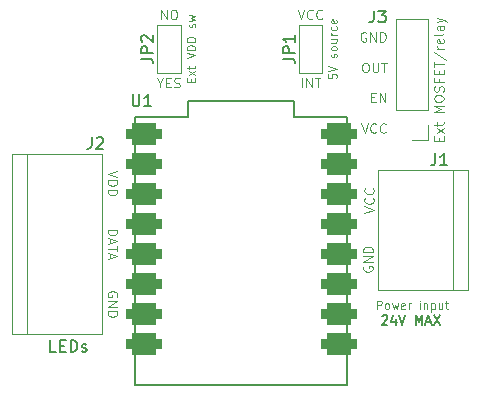
<source format=gto>
G04 #@! TF.GenerationSoftware,KiCad,Pcbnew,8.0.1*
G04 #@! TF.CreationDate,2024-03-27T20:36:45+01:00*
G04 #@! TF.ProjectId,kurumi,6b757275-6d69-42e6-9b69-6361645f7063,rev?*
G04 #@! TF.SameCoordinates,Original*
G04 #@! TF.FileFunction,Legend,Top*
G04 #@! TF.FilePolarity,Positive*
%FSLAX46Y46*%
G04 Gerber Fmt 4.6, Leading zero omitted, Abs format (unit mm)*
G04 Created by KiCad (PCBNEW 8.0.1) date 2024-03-27 20:36:45*
%MOMM*%
%LPD*%
G01*
G04 APERTURE LIST*
G04 Aperture macros list*
%AMRoundRect*
0 Rectangle with rounded corners*
0 $1 Rounding radius*
0 $2 $3 $4 $5 $6 $7 $8 $9 X,Y pos of 4 corners*
0 Add a 4 corners polygon primitive as box body*
4,1,4,$2,$3,$4,$5,$6,$7,$8,$9,$2,$3,0*
0 Add four circle primitives for the rounded corners*
1,1,$1+$1,$2,$3*
1,1,$1+$1,$4,$5*
1,1,$1+$1,$6,$7*
1,1,$1+$1,$8,$9*
0 Add four rect primitives between the rounded corners*
20,1,$1+$1,$2,$3,$4,$5,0*
20,1,$1+$1,$4,$5,$6,$7,0*
20,1,$1+$1,$6,$7,$8,$9,0*
20,1,$1+$1,$8,$9,$2,$3,0*%
G04 Aperture macros list end*
%ADD10C,0.120000*%
%ADD11C,0.150000*%
%ADD12C,0.100000*%
%ADD13C,0.127000*%
%ADD14C,0.000000*%
%ADD15C,0.099999*%
%ADD16R,3.000000X3.000000*%
%ADD17C,3.000000*%
%ADD18R,1.700000X1.700000*%
%ADD19O,1.700000X1.700000*%
%ADD20RoundRect,0.450000X-1.050000X-0.450000X1.050000X-0.450000X1.050000X0.450000X-1.050000X0.450000X0*%
%ADD21R,1.500000X1.000000*%
G04 APERTURE END LIST*
D10*
X48444807Y-23780952D02*
X48444807Y-23514286D01*
X48863855Y-23400000D02*
X48863855Y-23780952D01*
X48863855Y-23780952D02*
X48063855Y-23780952D01*
X48063855Y-23780952D02*
X48063855Y-23400000D01*
X48863855Y-23133333D02*
X48330521Y-22714285D01*
X48330521Y-23133333D02*
X48863855Y-22714285D01*
X48330521Y-22523809D02*
X48330521Y-22219047D01*
X48063855Y-22409523D02*
X48749569Y-22409523D01*
X48749569Y-22409523D02*
X48825760Y-22371428D01*
X48825760Y-22371428D02*
X48863855Y-22295238D01*
X48863855Y-22295238D02*
X48863855Y-22219047D01*
X48863855Y-21342856D02*
X48063855Y-21342856D01*
X48063855Y-21342856D02*
X48635283Y-21076190D01*
X48635283Y-21076190D02*
X48063855Y-20809523D01*
X48063855Y-20809523D02*
X48863855Y-20809523D01*
X48063855Y-20276189D02*
X48063855Y-20123808D01*
X48063855Y-20123808D02*
X48101950Y-20047618D01*
X48101950Y-20047618D02*
X48178140Y-19971427D01*
X48178140Y-19971427D02*
X48330521Y-19933332D01*
X48330521Y-19933332D02*
X48597188Y-19933332D01*
X48597188Y-19933332D02*
X48749569Y-19971427D01*
X48749569Y-19971427D02*
X48825760Y-20047618D01*
X48825760Y-20047618D02*
X48863855Y-20123808D01*
X48863855Y-20123808D02*
X48863855Y-20276189D01*
X48863855Y-20276189D02*
X48825760Y-20352380D01*
X48825760Y-20352380D02*
X48749569Y-20428570D01*
X48749569Y-20428570D02*
X48597188Y-20466666D01*
X48597188Y-20466666D02*
X48330521Y-20466666D01*
X48330521Y-20466666D02*
X48178140Y-20428570D01*
X48178140Y-20428570D02*
X48101950Y-20352380D01*
X48101950Y-20352380D02*
X48063855Y-20276189D01*
X48825760Y-19628571D02*
X48863855Y-19514285D01*
X48863855Y-19514285D02*
X48863855Y-19323809D01*
X48863855Y-19323809D02*
X48825760Y-19247618D01*
X48825760Y-19247618D02*
X48787664Y-19209523D01*
X48787664Y-19209523D02*
X48711474Y-19171428D01*
X48711474Y-19171428D02*
X48635283Y-19171428D01*
X48635283Y-19171428D02*
X48559093Y-19209523D01*
X48559093Y-19209523D02*
X48520998Y-19247618D01*
X48520998Y-19247618D02*
X48482902Y-19323809D01*
X48482902Y-19323809D02*
X48444807Y-19476190D01*
X48444807Y-19476190D02*
X48406712Y-19552380D01*
X48406712Y-19552380D02*
X48368617Y-19590475D01*
X48368617Y-19590475D02*
X48292426Y-19628571D01*
X48292426Y-19628571D02*
X48216236Y-19628571D01*
X48216236Y-19628571D02*
X48140045Y-19590475D01*
X48140045Y-19590475D02*
X48101950Y-19552380D01*
X48101950Y-19552380D02*
X48063855Y-19476190D01*
X48063855Y-19476190D02*
X48063855Y-19285713D01*
X48063855Y-19285713D02*
X48101950Y-19171428D01*
X48444807Y-18561904D02*
X48444807Y-18828570D01*
X48863855Y-18828570D02*
X48063855Y-18828570D01*
X48063855Y-18828570D02*
X48063855Y-18447618D01*
X48444807Y-18142856D02*
X48444807Y-17876190D01*
X48863855Y-17761904D02*
X48863855Y-18142856D01*
X48863855Y-18142856D02*
X48063855Y-18142856D01*
X48063855Y-18142856D02*
X48063855Y-17761904D01*
X48063855Y-17533332D02*
X48063855Y-17076189D01*
X48863855Y-17304761D02*
X48063855Y-17304761D01*
X48025760Y-16238094D02*
X49054331Y-16923808D01*
X48863855Y-15971427D02*
X48330521Y-15971427D01*
X48482902Y-15971427D02*
X48406712Y-15933332D01*
X48406712Y-15933332D02*
X48368617Y-15895237D01*
X48368617Y-15895237D02*
X48330521Y-15819046D01*
X48330521Y-15819046D02*
X48330521Y-15742856D01*
X48825760Y-15171427D02*
X48863855Y-15247618D01*
X48863855Y-15247618D02*
X48863855Y-15399999D01*
X48863855Y-15399999D02*
X48825760Y-15476189D01*
X48825760Y-15476189D02*
X48749569Y-15514285D01*
X48749569Y-15514285D02*
X48444807Y-15514285D01*
X48444807Y-15514285D02*
X48368617Y-15476189D01*
X48368617Y-15476189D02*
X48330521Y-15399999D01*
X48330521Y-15399999D02*
X48330521Y-15247618D01*
X48330521Y-15247618D02*
X48368617Y-15171427D01*
X48368617Y-15171427D02*
X48444807Y-15133332D01*
X48444807Y-15133332D02*
X48520998Y-15133332D01*
X48520998Y-15133332D02*
X48597188Y-15514285D01*
X48863855Y-14676190D02*
X48825760Y-14752380D01*
X48825760Y-14752380D02*
X48749569Y-14790475D01*
X48749569Y-14790475D02*
X48063855Y-14790475D01*
X48863855Y-14028570D02*
X48444807Y-14028570D01*
X48444807Y-14028570D02*
X48368617Y-14066665D01*
X48368617Y-14066665D02*
X48330521Y-14142856D01*
X48330521Y-14142856D02*
X48330521Y-14295237D01*
X48330521Y-14295237D02*
X48368617Y-14371427D01*
X48825760Y-14028570D02*
X48863855Y-14104761D01*
X48863855Y-14104761D02*
X48863855Y-14295237D01*
X48863855Y-14295237D02*
X48825760Y-14371427D01*
X48825760Y-14371427D02*
X48749569Y-14409523D01*
X48749569Y-14409523D02*
X48673379Y-14409523D01*
X48673379Y-14409523D02*
X48597188Y-14371427D01*
X48597188Y-14371427D02*
X48559093Y-14295237D01*
X48559093Y-14295237D02*
X48559093Y-14104761D01*
X48559093Y-14104761D02*
X48520998Y-14028570D01*
X48330521Y-13723808D02*
X48863855Y-13533332D01*
X48330521Y-13342855D02*
X48863855Y-13533332D01*
X48863855Y-13533332D02*
X49054331Y-13609522D01*
X49054331Y-13609522D02*
X49092426Y-13647617D01*
X49092426Y-13647617D02*
X49130521Y-13723808D01*
D11*
X16052380Y-41654819D02*
X15576190Y-41654819D01*
X15576190Y-41654819D02*
X15576190Y-40654819D01*
X16385714Y-41131009D02*
X16719047Y-41131009D01*
X16861904Y-41654819D02*
X16385714Y-41654819D01*
X16385714Y-41654819D02*
X16385714Y-40654819D01*
X16385714Y-40654819D02*
X16861904Y-40654819D01*
X17290476Y-41654819D02*
X17290476Y-40654819D01*
X17290476Y-40654819D02*
X17528571Y-40654819D01*
X17528571Y-40654819D02*
X17671428Y-40702438D01*
X17671428Y-40702438D02*
X17766666Y-40797676D01*
X17766666Y-40797676D02*
X17814285Y-40892914D01*
X17814285Y-40892914D02*
X17861904Y-41083390D01*
X17861904Y-41083390D02*
X17861904Y-41226247D01*
X17861904Y-41226247D02*
X17814285Y-41416723D01*
X17814285Y-41416723D02*
X17766666Y-41511961D01*
X17766666Y-41511961D02*
X17671428Y-41607200D01*
X17671428Y-41607200D02*
X17528571Y-41654819D01*
X17528571Y-41654819D02*
X17290476Y-41654819D01*
X18242857Y-41607200D02*
X18338095Y-41654819D01*
X18338095Y-41654819D02*
X18528571Y-41654819D01*
X18528571Y-41654819D02*
X18623809Y-41607200D01*
X18623809Y-41607200D02*
X18671428Y-41511961D01*
X18671428Y-41511961D02*
X18671428Y-41464342D01*
X18671428Y-41464342D02*
X18623809Y-41369104D01*
X18623809Y-41369104D02*
X18528571Y-41321485D01*
X18528571Y-41321485D02*
X18385714Y-41321485D01*
X18385714Y-41321485D02*
X18290476Y-41273866D01*
X18290476Y-41273866D02*
X18242857Y-41178628D01*
X18242857Y-41178628D02*
X18242857Y-41131009D01*
X18242857Y-41131009D02*
X18290476Y-41035771D01*
X18290476Y-41035771D02*
X18385714Y-40988152D01*
X18385714Y-40988152D02*
X18528571Y-40988152D01*
X18528571Y-40988152D02*
X18623809Y-41035771D01*
D10*
X43233334Y-38017593D02*
X43233334Y-37317593D01*
X43233334Y-37317593D02*
X43500001Y-37317593D01*
X43500001Y-37317593D02*
X43566668Y-37350926D01*
X43566668Y-37350926D02*
X43600001Y-37384260D01*
X43600001Y-37384260D02*
X43633334Y-37450926D01*
X43633334Y-37450926D02*
X43633334Y-37550926D01*
X43633334Y-37550926D02*
X43600001Y-37617593D01*
X43600001Y-37617593D02*
X43566668Y-37650926D01*
X43566668Y-37650926D02*
X43500001Y-37684260D01*
X43500001Y-37684260D02*
X43233334Y-37684260D01*
X44033334Y-38017593D02*
X43966668Y-37984260D01*
X43966668Y-37984260D02*
X43933334Y-37950926D01*
X43933334Y-37950926D02*
X43900001Y-37884260D01*
X43900001Y-37884260D02*
X43900001Y-37684260D01*
X43900001Y-37684260D02*
X43933334Y-37617593D01*
X43933334Y-37617593D02*
X43966668Y-37584260D01*
X43966668Y-37584260D02*
X44033334Y-37550926D01*
X44033334Y-37550926D02*
X44133334Y-37550926D01*
X44133334Y-37550926D02*
X44200001Y-37584260D01*
X44200001Y-37584260D02*
X44233334Y-37617593D01*
X44233334Y-37617593D02*
X44266668Y-37684260D01*
X44266668Y-37684260D02*
X44266668Y-37884260D01*
X44266668Y-37884260D02*
X44233334Y-37950926D01*
X44233334Y-37950926D02*
X44200001Y-37984260D01*
X44200001Y-37984260D02*
X44133334Y-38017593D01*
X44133334Y-38017593D02*
X44033334Y-38017593D01*
X44500001Y-37550926D02*
X44633334Y-38017593D01*
X44633334Y-38017593D02*
X44766667Y-37684260D01*
X44766667Y-37684260D02*
X44900001Y-38017593D01*
X44900001Y-38017593D02*
X45033334Y-37550926D01*
X45566667Y-37984260D02*
X45500000Y-38017593D01*
X45500000Y-38017593D02*
X45366667Y-38017593D01*
X45366667Y-38017593D02*
X45300000Y-37984260D01*
X45300000Y-37984260D02*
X45266667Y-37917593D01*
X45266667Y-37917593D02*
X45266667Y-37650926D01*
X45266667Y-37650926D02*
X45300000Y-37584260D01*
X45300000Y-37584260D02*
X45366667Y-37550926D01*
X45366667Y-37550926D02*
X45500000Y-37550926D01*
X45500000Y-37550926D02*
X45566667Y-37584260D01*
X45566667Y-37584260D02*
X45600000Y-37650926D01*
X45600000Y-37650926D02*
X45600000Y-37717593D01*
X45600000Y-37717593D02*
X45266667Y-37784260D01*
X45900000Y-38017593D02*
X45900000Y-37550926D01*
X45900000Y-37684260D02*
X45933334Y-37617593D01*
X45933334Y-37617593D02*
X45966667Y-37584260D01*
X45966667Y-37584260D02*
X46033334Y-37550926D01*
X46033334Y-37550926D02*
X46100000Y-37550926D01*
X46866666Y-38017593D02*
X46866666Y-37550926D01*
X46866666Y-37317593D02*
X46833333Y-37350926D01*
X46833333Y-37350926D02*
X46866666Y-37384260D01*
X46866666Y-37384260D02*
X46900000Y-37350926D01*
X46900000Y-37350926D02*
X46866666Y-37317593D01*
X46866666Y-37317593D02*
X46866666Y-37384260D01*
X47199999Y-37550926D02*
X47199999Y-38017593D01*
X47199999Y-37617593D02*
X47233333Y-37584260D01*
X47233333Y-37584260D02*
X47299999Y-37550926D01*
X47299999Y-37550926D02*
X47399999Y-37550926D01*
X47399999Y-37550926D02*
X47466666Y-37584260D01*
X47466666Y-37584260D02*
X47499999Y-37650926D01*
X47499999Y-37650926D02*
X47499999Y-38017593D01*
X47833332Y-37550926D02*
X47833332Y-38250926D01*
X47833332Y-37584260D02*
X47899999Y-37550926D01*
X47899999Y-37550926D02*
X48033332Y-37550926D01*
X48033332Y-37550926D02*
X48099999Y-37584260D01*
X48099999Y-37584260D02*
X48133332Y-37617593D01*
X48133332Y-37617593D02*
X48166666Y-37684260D01*
X48166666Y-37684260D02*
X48166666Y-37884260D01*
X48166666Y-37884260D02*
X48133332Y-37950926D01*
X48133332Y-37950926D02*
X48099999Y-37984260D01*
X48099999Y-37984260D02*
X48033332Y-38017593D01*
X48033332Y-38017593D02*
X47899999Y-38017593D01*
X47899999Y-38017593D02*
X47833332Y-37984260D01*
X48766665Y-37550926D02*
X48766665Y-38017593D01*
X48466665Y-37550926D02*
X48466665Y-37917593D01*
X48466665Y-37917593D02*
X48499999Y-37984260D01*
X48499999Y-37984260D02*
X48566665Y-38017593D01*
X48566665Y-38017593D02*
X48666665Y-38017593D01*
X48666665Y-38017593D02*
X48733332Y-37984260D01*
X48733332Y-37984260D02*
X48766665Y-37950926D01*
X48999998Y-37550926D02*
X49266665Y-37550926D01*
X49099998Y-37317593D02*
X49099998Y-37917593D01*
X49099998Y-37917593D02*
X49133332Y-37984260D01*
X49133332Y-37984260D02*
X49199998Y-38017593D01*
X49199998Y-38017593D02*
X49266665Y-38017593D01*
D12*
X39118633Y-18133333D02*
X39118633Y-18466666D01*
X39118633Y-18466666D02*
X39451966Y-18499999D01*
X39451966Y-18499999D02*
X39418633Y-18466666D01*
X39418633Y-18466666D02*
X39385300Y-18399999D01*
X39385300Y-18399999D02*
X39385300Y-18233333D01*
X39385300Y-18233333D02*
X39418633Y-18166666D01*
X39418633Y-18166666D02*
X39451966Y-18133333D01*
X39451966Y-18133333D02*
X39518633Y-18099999D01*
X39518633Y-18099999D02*
X39685300Y-18099999D01*
X39685300Y-18099999D02*
X39751966Y-18133333D01*
X39751966Y-18133333D02*
X39785300Y-18166666D01*
X39785300Y-18166666D02*
X39818633Y-18233333D01*
X39818633Y-18233333D02*
X39818633Y-18399999D01*
X39818633Y-18399999D02*
X39785300Y-18466666D01*
X39785300Y-18466666D02*
X39751966Y-18499999D01*
X39118633Y-17899999D02*
X39818633Y-17666666D01*
X39818633Y-17666666D02*
X39118633Y-17433332D01*
X39785300Y-16699999D02*
X39818633Y-16633333D01*
X39818633Y-16633333D02*
X39818633Y-16499999D01*
X39818633Y-16499999D02*
X39785300Y-16433333D01*
X39785300Y-16433333D02*
X39718633Y-16399999D01*
X39718633Y-16399999D02*
X39685300Y-16399999D01*
X39685300Y-16399999D02*
X39618633Y-16433333D01*
X39618633Y-16433333D02*
X39585300Y-16499999D01*
X39585300Y-16499999D02*
X39585300Y-16599999D01*
X39585300Y-16599999D02*
X39551966Y-16666666D01*
X39551966Y-16666666D02*
X39485300Y-16699999D01*
X39485300Y-16699999D02*
X39451966Y-16699999D01*
X39451966Y-16699999D02*
X39385300Y-16666666D01*
X39385300Y-16666666D02*
X39351966Y-16599999D01*
X39351966Y-16599999D02*
X39351966Y-16499999D01*
X39351966Y-16499999D02*
X39385300Y-16433333D01*
X39818633Y-15999999D02*
X39785300Y-16066666D01*
X39785300Y-16066666D02*
X39751966Y-16099999D01*
X39751966Y-16099999D02*
X39685300Y-16133332D01*
X39685300Y-16133332D02*
X39485300Y-16133332D01*
X39485300Y-16133332D02*
X39418633Y-16099999D01*
X39418633Y-16099999D02*
X39385300Y-16066666D01*
X39385300Y-16066666D02*
X39351966Y-15999999D01*
X39351966Y-15999999D02*
X39351966Y-15899999D01*
X39351966Y-15899999D02*
X39385300Y-15833332D01*
X39385300Y-15833332D02*
X39418633Y-15799999D01*
X39418633Y-15799999D02*
X39485300Y-15766666D01*
X39485300Y-15766666D02*
X39685300Y-15766666D01*
X39685300Y-15766666D02*
X39751966Y-15799999D01*
X39751966Y-15799999D02*
X39785300Y-15833332D01*
X39785300Y-15833332D02*
X39818633Y-15899999D01*
X39818633Y-15899999D02*
X39818633Y-15999999D01*
X39351966Y-15166666D02*
X39818633Y-15166666D01*
X39351966Y-15466666D02*
X39718633Y-15466666D01*
X39718633Y-15466666D02*
X39785300Y-15433333D01*
X39785300Y-15433333D02*
X39818633Y-15366666D01*
X39818633Y-15366666D02*
X39818633Y-15266666D01*
X39818633Y-15266666D02*
X39785300Y-15199999D01*
X39785300Y-15199999D02*
X39751966Y-15166666D01*
X39818633Y-14833333D02*
X39351966Y-14833333D01*
X39485300Y-14833333D02*
X39418633Y-14800000D01*
X39418633Y-14800000D02*
X39385300Y-14766666D01*
X39385300Y-14766666D02*
X39351966Y-14700000D01*
X39351966Y-14700000D02*
X39351966Y-14633333D01*
X39785300Y-14100000D02*
X39818633Y-14166667D01*
X39818633Y-14166667D02*
X39818633Y-14300000D01*
X39818633Y-14300000D02*
X39785300Y-14366667D01*
X39785300Y-14366667D02*
X39751966Y-14400000D01*
X39751966Y-14400000D02*
X39685300Y-14433333D01*
X39685300Y-14433333D02*
X39485300Y-14433333D01*
X39485300Y-14433333D02*
X39418633Y-14400000D01*
X39418633Y-14400000D02*
X39385300Y-14366667D01*
X39385300Y-14366667D02*
X39351966Y-14300000D01*
X39351966Y-14300000D02*
X39351966Y-14166667D01*
X39351966Y-14166667D02*
X39385300Y-14100000D01*
X39785300Y-13533333D02*
X39818633Y-13600000D01*
X39818633Y-13600000D02*
X39818633Y-13733333D01*
X39818633Y-13733333D02*
X39785300Y-13800000D01*
X39785300Y-13800000D02*
X39718633Y-13833333D01*
X39718633Y-13833333D02*
X39451966Y-13833333D01*
X39451966Y-13833333D02*
X39385300Y-13800000D01*
X39385300Y-13800000D02*
X39351966Y-13733333D01*
X39351966Y-13733333D02*
X39351966Y-13600000D01*
X39351966Y-13600000D02*
X39385300Y-13533333D01*
X39385300Y-13533333D02*
X39451966Y-13500000D01*
X39451966Y-13500000D02*
X39518633Y-13500000D01*
X39518633Y-13500000D02*
X39585300Y-13833333D01*
X27451966Y-18816666D02*
X27451966Y-18583333D01*
X27818633Y-18483333D02*
X27818633Y-18816666D01*
X27818633Y-18816666D02*
X27118633Y-18816666D01*
X27118633Y-18816666D02*
X27118633Y-18483333D01*
X27818633Y-18250000D02*
X27351966Y-17883333D01*
X27351966Y-18250000D02*
X27818633Y-17883333D01*
X27351966Y-17716666D02*
X27351966Y-17449999D01*
X27118633Y-17616666D02*
X27718633Y-17616666D01*
X27718633Y-17616666D02*
X27785300Y-17583333D01*
X27785300Y-17583333D02*
X27818633Y-17516666D01*
X27818633Y-17516666D02*
X27818633Y-17449999D01*
X27118633Y-16783333D02*
X27818633Y-16550000D01*
X27818633Y-16550000D02*
X27118633Y-16316666D01*
X27818633Y-16083333D02*
X27118633Y-16083333D01*
X27118633Y-16083333D02*
X27118633Y-15916666D01*
X27118633Y-15916666D02*
X27151966Y-15816666D01*
X27151966Y-15816666D02*
X27218633Y-15750000D01*
X27218633Y-15750000D02*
X27285300Y-15716666D01*
X27285300Y-15716666D02*
X27418633Y-15683333D01*
X27418633Y-15683333D02*
X27518633Y-15683333D01*
X27518633Y-15683333D02*
X27651966Y-15716666D01*
X27651966Y-15716666D02*
X27718633Y-15750000D01*
X27718633Y-15750000D02*
X27785300Y-15816666D01*
X27785300Y-15816666D02*
X27818633Y-15916666D01*
X27818633Y-15916666D02*
X27818633Y-16083333D01*
X27818633Y-15383333D02*
X27118633Y-15383333D01*
X27118633Y-15383333D02*
X27118633Y-15216666D01*
X27118633Y-15216666D02*
X27151966Y-15116666D01*
X27151966Y-15116666D02*
X27218633Y-15050000D01*
X27218633Y-15050000D02*
X27285300Y-15016666D01*
X27285300Y-15016666D02*
X27418633Y-14983333D01*
X27418633Y-14983333D02*
X27518633Y-14983333D01*
X27518633Y-14983333D02*
X27651966Y-15016666D01*
X27651966Y-15016666D02*
X27718633Y-15050000D01*
X27718633Y-15050000D02*
X27785300Y-15116666D01*
X27785300Y-15116666D02*
X27818633Y-15216666D01*
X27818633Y-15216666D02*
X27818633Y-15383333D01*
X27785300Y-14183333D02*
X27818633Y-14116667D01*
X27818633Y-14116667D02*
X27818633Y-13983333D01*
X27818633Y-13983333D02*
X27785300Y-13916667D01*
X27785300Y-13916667D02*
X27718633Y-13883333D01*
X27718633Y-13883333D02*
X27685300Y-13883333D01*
X27685300Y-13883333D02*
X27618633Y-13916667D01*
X27618633Y-13916667D02*
X27585300Y-13983333D01*
X27585300Y-13983333D02*
X27585300Y-14083333D01*
X27585300Y-14083333D02*
X27551966Y-14150000D01*
X27551966Y-14150000D02*
X27485300Y-14183333D01*
X27485300Y-14183333D02*
X27451966Y-14183333D01*
X27451966Y-14183333D02*
X27385300Y-14150000D01*
X27385300Y-14150000D02*
X27351966Y-14083333D01*
X27351966Y-14083333D02*
X27351966Y-13983333D01*
X27351966Y-13983333D02*
X27385300Y-13916667D01*
X27351966Y-13650000D02*
X27818633Y-13516666D01*
X27818633Y-13516666D02*
X27485300Y-13383333D01*
X27485300Y-13383333D02*
X27818633Y-13250000D01*
X27818633Y-13250000D02*
X27351966Y-13116666D01*
X20435104Y-31300000D02*
X21235104Y-31300000D01*
X21235104Y-31300000D02*
X21235104Y-31490476D01*
X21235104Y-31490476D02*
X21197009Y-31604762D01*
X21197009Y-31604762D02*
X21120819Y-31680952D01*
X21120819Y-31680952D02*
X21044628Y-31719047D01*
X21044628Y-31719047D02*
X20892247Y-31757143D01*
X20892247Y-31757143D02*
X20777961Y-31757143D01*
X20777961Y-31757143D02*
X20625580Y-31719047D01*
X20625580Y-31719047D02*
X20549390Y-31680952D01*
X20549390Y-31680952D02*
X20473200Y-31604762D01*
X20473200Y-31604762D02*
X20435104Y-31490476D01*
X20435104Y-31490476D02*
X20435104Y-31300000D01*
X20663676Y-32061904D02*
X20663676Y-32442857D01*
X20435104Y-31985714D02*
X21235104Y-32252381D01*
X21235104Y-32252381D02*
X20435104Y-32519047D01*
X21235104Y-32671428D02*
X21235104Y-33128571D01*
X20435104Y-32899999D02*
X21235104Y-32899999D01*
X20663676Y-33357142D02*
X20663676Y-33738095D01*
X20435104Y-33280952D02*
X21235104Y-33547619D01*
X21235104Y-33547619D02*
X20435104Y-33814285D01*
X21197009Y-36990476D02*
X21235104Y-36914286D01*
X21235104Y-36914286D02*
X21235104Y-36800000D01*
X21235104Y-36800000D02*
X21197009Y-36685714D01*
X21197009Y-36685714D02*
X21120819Y-36609524D01*
X21120819Y-36609524D02*
X21044628Y-36571429D01*
X21044628Y-36571429D02*
X20892247Y-36533333D01*
X20892247Y-36533333D02*
X20777961Y-36533333D01*
X20777961Y-36533333D02*
X20625580Y-36571429D01*
X20625580Y-36571429D02*
X20549390Y-36609524D01*
X20549390Y-36609524D02*
X20473200Y-36685714D01*
X20473200Y-36685714D02*
X20435104Y-36800000D01*
X20435104Y-36800000D02*
X20435104Y-36876191D01*
X20435104Y-36876191D02*
X20473200Y-36990476D01*
X20473200Y-36990476D02*
X20511295Y-37028572D01*
X20511295Y-37028572D02*
X20777961Y-37028572D01*
X20777961Y-37028572D02*
X20777961Y-36876191D01*
X20435104Y-37371429D02*
X21235104Y-37371429D01*
X21235104Y-37371429D02*
X20435104Y-37828572D01*
X20435104Y-37828572D02*
X21235104Y-37828572D01*
X20435104Y-38209524D02*
X21235104Y-38209524D01*
X21235104Y-38209524D02*
X21235104Y-38400000D01*
X21235104Y-38400000D02*
X21197009Y-38514286D01*
X21197009Y-38514286D02*
X21120819Y-38590476D01*
X21120819Y-38590476D02*
X21044628Y-38628571D01*
X21044628Y-38628571D02*
X20892247Y-38666667D01*
X20892247Y-38666667D02*
X20777961Y-38666667D01*
X20777961Y-38666667D02*
X20625580Y-38628571D01*
X20625580Y-38628571D02*
X20549390Y-38590476D01*
X20549390Y-38590476D02*
X20473200Y-38514286D01*
X20473200Y-38514286D02*
X20435104Y-38400000D01*
X20435104Y-38400000D02*
X20435104Y-38209524D01*
X21235104Y-26333333D02*
X20435104Y-26600000D01*
X20435104Y-26600000D02*
X21235104Y-26866666D01*
X20435104Y-27133333D02*
X21235104Y-27133333D01*
X21235104Y-27133333D02*
X21235104Y-27323809D01*
X21235104Y-27323809D02*
X21197009Y-27438095D01*
X21197009Y-27438095D02*
X21120819Y-27514285D01*
X21120819Y-27514285D02*
X21044628Y-27552380D01*
X21044628Y-27552380D02*
X20892247Y-27590476D01*
X20892247Y-27590476D02*
X20777961Y-27590476D01*
X20777961Y-27590476D02*
X20625580Y-27552380D01*
X20625580Y-27552380D02*
X20549390Y-27514285D01*
X20549390Y-27514285D02*
X20473200Y-27438095D01*
X20473200Y-27438095D02*
X20435104Y-27323809D01*
X20435104Y-27323809D02*
X20435104Y-27133333D01*
X20435104Y-27933333D02*
X21235104Y-27933333D01*
X21235104Y-27933333D02*
X21235104Y-28123809D01*
X21235104Y-28123809D02*
X21197009Y-28238095D01*
X21197009Y-28238095D02*
X21120819Y-28314285D01*
X21120819Y-28314285D02*
X21044628Y-28352380D01*
X21044628Y-28352380D02*
X20892247Y-28390476D01*
X20892247Y-28390476D02*
X20777961Y-28390476D01*
X20777961Y-28390476D02*
X20625580Y-28352380D01*
X20625580Y-28352380D02*
X20549390Y-28314285D01*
X20549390Y-28314285D02*
X20473200Y-28238095D01*
X20473200Y-28238095D02*
X20435104Y-28123809D01*
X20435104Y-28123809D02*
X20435104Y-27933333D01*
D10*
X42292481Y-14618085D02*
X42216291Y-14579990D01*
X42216291Y-14579990D02*
X42102005Y-14579990D01*
X42102005Y-14579990D02*
X41987719Y-14618085D01*
X41987719Y-14618085D02*
X41911529Y-14694275D01*
X41911529Y-14694275D02*
X41873434Y-14770466D01*
X41873434Y-14770466D02*
X41835338Y-14922847D01*
X41835338Y-14922847D02*
X41835338Y-15037133D01*
X41835338Y-15037133D02*
X41873434Y-15189514D01*
X41873434Y-15189514D02*
X41911529Y-15265704D01*
X41911529Y-15265704D02*
X41987719Y-15341895D01*
X41987719Y-15341895D02*
X42102005Y-15379990D01*
X42102005Y-15379990D02*
X42178196Y-15379990D01*
X42178196Y-15379990D02*
X42292481Y-15341895D01*
X42292481Y-15341895D02*
X42330577Y-15303799D01*
X42330577Y-15303799D02*
X42330577Y-15037133D01*
X42330577Y-15037133D02*
X42178196Y-15037133D01*
X42673434Y-15379990D02*
X42673434Y-14579990D01*
X42673434Y-14579990D02*
X43130577Y-15379990D01*
X43130577Y-15379990D02*
X43130577Y-14579990D01*
X43511529Y-15379990D02*
X43511529Y-14579990D01*
X43511529Y-14579990D02*
X43702005Y-14579990D01*
X43702005Y-14579990D02*
X43816291Y-14618085D01*
X43816291Y-14618085D02*
X43892481Y-14694275D01*
X43892481Y-14694275D02*
X43930576Y-14770466D01*
X43930576Y-14770466D02*
X43968672Y-14922847D01*
X43968672Y-14922847D02*
X43968672Y-15037133D01*
X43968672Y-15037133D02*
X43930576Y-15189514D01*
X43930576Y-15189514D02*
X43892481Y-15265704D01*
X43892481Y-15265704D02*
X43816291Y-15341895D01*
X43816291Y-15341895D02*
X43702005Y-15379990D01*
X43702005Y-15379990D02*
X43511529Y-15379990D01*
X42178196Y-17155900D02*
X42330577Y-17155900D01*
X42330577Y-17155900D02*
X42406767Y-17193995D01*
X42406767Y-17193995D02*
X42482958Y-17270185D01*
X42482958Y-17270185D02*
X42521053Y-17422566D01*
X42521053Y-17422566D02*
X42521053Y-17689233D01*
X42521053Y-17689233D02*
X42482958Y-17841614D01*
X42482958Y-17841614D02*
X42406767Y-17917805D01*
X42406767Y-17917805D02*
X42330577Y-17955900D01*
X42330577Y-17955900D02*
X42178196Y-17955900D01*
X42178196Y-17955900D02*
X42102005Y-17917805D01*
X42102005Y-17917805D02*
X42025815Y-17841614D01*
X42025815Y-17841614D02*
X41987719Y-17689233D01*
X41987719Y-17689233D02*
X41987719Y-17422566D01*
X41987719Y-17422566D02*
X42025815Y-17270185D01*
X42025815Y-17270185D02*
X42102005Y-17193995D01*
X42102005Y-17193995D02*
X42178196Y-17155900D01*
X42863910Y-17155900D02*
X42863910Y-17803519D01*
X42863910Y-17803519D02*
X42902005Y-17879709D01*
X42902005Y-17879709D02*
X42940100Y-17917805D01*
X42940100Y-17917805D02*
X43016291Y-17955900D01*
X43016291Y-17955900D02*
X43168672Y-17955900D01*
X43168672Y-17955900D02*
X43244862Y-17917805D01*
X43244862Y-17917805D02*
X43282957Y-17879709D01*
X43282957Y-17879709D02*
X43321053Y-17803519D01*
X43321053Y-17803519D02*
X43321053Y-17155900D01*
X43587719Y-17155900D02*
X44044862Y-17155900D01*
X43816290Y-17955900D02*
X43816290Y-17155900D01*
X42749624Y-20112762D02*
X43016290Y-20112762D01*
X43130576Y-20531810D02*
X42749624Y-20531810D01*
X42749624Y-20531810D02*
X42749624Y-19731810D01*
X42749624Y-19731810D02*
X43130576Y-19731810D01*
X43473434Y-20531810D02*
X43473434Y-19731810D01*
X43473434Y-19731810D02*
X43930577Y-20531810D01*
X43930577Y-20531810D02*
X43930577Y-19731810D01*
X41911529Y-22307720D02*
X42178196Y-23107720D01*
X42178196Y-23107720D02*
X42444862Y-22307720D01*
X43168672Y-23031529D02*
X43130576Y-23069625D01*
X43130576Y-23069625D02*
X43016291Y-23107720D01*
X43016291Y-23107720D02*
X42940100Y-23107720D01*
X42940100Y-23107720D02*
X42825814Y-23069625D01*
X42825814Y-23069625D02*
X42749624Y-22993434D01*
X42749624Y-22993434D02*
X42711529Y-22917244D01*
X42711529Y-22917244D02*
X42673433Y-22764863D01*
X42673433Y-22764863D02*
X42673433Y-22650577D01*
X42673433Y-22650577D02*
X42711529Y-22498196D01*
X42711529Y-22498196D02*
X42749624Y-22422005D01*
X42749624Y-22422005D02*
X42825814Y-22345815D01*
X42825814Y-22345815D02*
X42940100Y-22307720D01*
X42940100Y-22307720D02*
X43016291Y-22307720D01*
X43016291Y-22307720D02*
X43130576Y-22345815D01*
X43130576Y-22345815D02*
X43168672Y-22383910D01*
X43968672Y-23031529D02*
X43930576Y-23069625D01*
X43930576Y-23069625D02*
X43816291Y-23107720D01*
X43816291Y-23107720D02*
X43740100Y-23107720D01*
X43740100Y-23107720D02*
X43625814Y-23069625D01*
X43625814Y-23069625D02*
X43549624Y-22993434D01*
X43549624Y-22993434D02*
X43511529Y-22917244D01*
X43511529Y-22917244D02*
X43473433Y-22764863D01*
X43473433Y-22764863D02*
X43473433Y-22650577D01*
X43473433Y-22650577D02*
X43511529Y-22498196D01*
X43511529Y-22498196D02*
X43549624Y-22422005D01*
X43549624Y-22422005D02*
X43625814Y-22345815D01*
X43625814Y-22345815D02*
X43740100Y-22307720D01*
X43740100Y-22307720D02*
X43816291Y-22307720D01*
X43816291Y-22307720D02*
X43930576Y-22345815D01*
X43930576Y-22345815D02*
X43968672Y-22383910D01*
D12*
X42164895Y-29866666D02*
X42964895Y-29599999D01*
X42964895Y-29599999D02*
X42164895Y-29333333D01*
X42888704Y-28609523D02*
X42926800Y-28647619D01*
X42926800Y-28647619D02*
X42964895Y-28761904D01*
X42964895Y-28761904D02*
X42964895Y-28838095D01*
X42964895Y-28838095D02*
X42926800Y-28952381D01*
X42926800Y-28952381D02*
X42850609Y-29028571D01*
X42850609Y-29028571D02*
X42774419Y-29066666D01*
X42774419Y-29066666D02*
X42622038Y-29104762D01*
X42622038Y-29104762D02*
X42507752Y-29104762D01*
X42507752Y-29104762D02*
X42355371Y-29066666D01*
X42355371Y-29066666D02*
X42279180Y-29028571D01*
X42279180Y-29028571D02*
X42202990Y-28952381D01*
X42202990Y-28952381D02*
X42164895Y-28838095D01*
X42164895Y-28838095D02*
X42164895Y-28761904D01*
X42164895Y-28761904D02*
X42202990Y-28647619D01*
X42202990Y-28647619D02*
X42241085Y-28609523D01*
X42888704Y-27809523D02*
X42926800Y-27847619D01*
X42926800Y-27847619D02*
X42964895Y-27961904D01*
X42964895Y-27961904D02*
X42964895Y-28038095D01*
X42964895Y-28038095D02*
X42926800Y-28152381D01*
X42926800Y-28152381D02*
X42850609Y-28228571D01*
X42850609Y-28228571D02*
X42774419Y-28266666D01*
X42774419Y-28266666D02*
X42622038Y-28304762D01*
X42622038Y-28304762D02*
X42507752Y-28304762D01*
X42507752Y-28304762D02*
X42355371Y-28266666D01*
X42355371Y-28266666D02*
X42279180Y-28228571D01*
X42279180Y-28228571D02*
X42202990Y-28152381D01*
X42202990Y-28152381D02*
X42164895Y-28038095D01*
X42164895Y-28038095D02*
X42164895Y-27961904D01*
X42164895Y-27961904D02*
X42202990Y-27847619D01*
X42202990Y-27847619D02*
X42241085Y-27809523D01*
D11*
X43661904Y-38638485D02*
X43700000Y-38600390D01*
X43700000Y-38600390D02*
X43776190Y-38562295D01*
X43776190Y-38562295D02*
X43966666Y-38562295D01*
X43966666Y-38562295D02*
X44042857Y-38600390D01*
X44042857Y-38600390D02*
X44080952Y-38638485D01*
X44080952Y-38638485D02*
X44119047Y-38714676D01*
X44119047Y-38714676D02*
X44119047Y-38790866D01*
X44119047Y-38790866D02*
X44080952Y-38905152D01*
X44080952Y-38905152D02*
X43623809Y-39362295D01*
X43623809Y-39362295D02*
X44119047Y-39362295D01*
X44804762Y-38828961D02*
X44804762Y-39362295D01*
X44614286Y-38524200D02*
X44423809Y-39095628D01*
X44423809Y-39095628D02*
X44919048Y-39095628D01*
X45109524Y-38562295D02*
X45376191Y-39362295D01*
X45376191Y-39362295D02*
X45642857Y-38562295D01*
X46519048Y-39362295D02*
X46519048Y-38562295D01*
X46519048Y-38562295D02*
X46785714Y-39133723D01*
X46785714Y-39133723D02*
X47052381Y-38562295D01*
X47052381Y-38562295D02*
X47052381Y-39362295D01*
X47395238Y-39133723D02*
X47776191Y-39133723D01*
X47319048Y-39362295D02*
X47585715Y-38562295D01*
X47585715Y-38562295D02*
X47852381Y-39362295D01*
X48042857Y-38562295D02*
X48576191Y-39362295D01*
X48576191Y-38562295D02*
X48042857Y-39362295D01*
D12*
X42102990Y-34409523D02*
X42064895Y-34485713D01*
X42064895Y-34485713D02*
X42064895Y-34599999D01*
X42064895Y-34599999D02*
X42102990Y-34714285D01*
X42102990Y-34714285D02*
X42179180Y-34790475D01*
X42179180Y-34790475D02*
X42255371Y-34828570D01*
X42255371Y-34828570D02*
X42407752Y-34866666D01*
X42407752Y-34866666D02*
X42522038Y-34866666D01*
X42522038Y-34866666D02*
X42674419Y-34828570D01*
X42674419Y-34828570D02*
X42750609Y-34790475D01*
X42750609Y-34790475D02*
X42826800Y-34714285D01*
X42826800Y-34714285D02*
X42864895Y-34599999D01*
X42864895Y-34599999D02*
X42864895Y-34523808D01*
X42864895Y-34523808D02*
X42826800Y-34409523D01*
X42826800Y-34409523D02*
X42788704Y-34371427D01*
X42788704Y-34371427D02*
X42522038Y-34371427D01*
X42522038Y-34371427D02*
X42522038Y-34523808D01*
X42864895Y-34028570D02*
X42064895Y-34028570D01*
X42064895Y-34028570D02*
X42864895Y-33571427D01*
X42864895Y-33571427D02*
X42064895Y-33571427D01*
X42864895Y-33190475D02*
X42064895Y-33190475D01*
X42064895Y-33190475D02*
X42064895Y-32999999D01*
X42064895Y-32999999D02*
X42102990Y-32885713D01*
X42102990Y-32885713D02*
X42179180Y-32809523D01*
X42179180Y-32809523D02*
X42255371Y-32771428D01*
X42255371Y-32771428D02*
X42407752Y-32733332D01*
X42407752Y-32733332D02*
X42522038Y-32733332D01*
X42522038Y-32733332D02*
X42674419Y-32771428D01*
X42674419Y-32771428D02*
X42750609Y-32809523D01*
X42750609Y-32809523D02*
X42826800Y-32885713D01*
X42826800Y-32885713D02*
X42864895Y-32999999D01*
X42864895Y-32999999D02*
X42864895Y-33190475D01*
D11*
X19066666Y-23454819D02*
X19066666Y-24169104D01*
X19066666Y-24169104D02*
X19019047Y-24311961D01*
X19019047Y-24311961D02*
X18923809Y-24407200D01*
X18923809Y-24407200D02*
X18780952Y-24454819D01*
X18780952Y-24454819D02*
X18685714Y-24454819D01*
X19495238Y-23550057D02*
X19542857Y-23502438D01*
X19542857Y-23502438D02*
X19638095Y-23454819D01*
X19638095Y-23454819D02*
X19876190Y-23454819D01*
X19876190Y-23454819D02*
X19971428Y-23502438D01*
X19971428Y-23502438D02*
X20019047Y-23550057D01*
X20019047Y-23550057D02*
X20066666Y-23645295D01*
X20066666Y-23645295D02*
X20066666Y-23740533D01*
X20066666Y-23740533D02*
X20019047Y-23883390D01*
X20019047Y-23883390D02*
X19447619Y-24454819D01*
X19447619Y-24454819D02*
X20066666Y-24454819D01*
X42966666Y-12754819D02*
X42966666Y-13469104D01*
X42966666Y-13469104D02*
X42919047Y-13611961D01*
X42919047Y-13611961D02*
X42823809Y-13707200D01*
X42823809Y-13707200D02*
X42680952Y-13754819D01*
X42680952Y-13754819D02*
X42585714Y-13754819D01*
X43347619Y-12754819D02*
X43966666Y-12754819D01*
X43966666Y-12754819D02*
X43633333Y-13135771D01*
X43633333Y-13135771D02*
X43776190Y-13135771D01*
X43776190Y-13135771D02*
X43871428Y-13183390D01*
X43871428Y-13183390D02*
X43919047Y-13231009D01*
X43919047Y-13231009D02*
X43966666Y-13326247D01*
X43966666Y-13326247D02*
X43966666Y-13564342D01*
X43966666Y-13564342D02*
X43919047Y-13659580D01*
X43919047Y-13659580D02*
X43871428Y-13707200D01*
X43871428Y-13707200D02*
X43776190Y-13754819D01*
X43776190Y-13754819D02*
X43490476Y-13754819D01*
X43490476Y-13754819D02*
X43395238Y-13707200D01*
X43395238Y-13707200D02*
X43347619Y-13659580D01*
X48166666Y-24834819D02*
X48166666Y-25549104D01*
X48166666Y-25549104D02*
X48119047Y-25691961D01*
X48119047Y-25691961D02*
X48023809Y-25787200D01*
X48023809Y-25787200D02*
X47880952Y-25834819D01*
X47880952Y-25834819D02*
X47785714Y-25834819D01*
X49166666Y-25834819D02*
X48595238Y-25834819D01*
X48880952Y-25834819D02*
X48880952Y-24834819D01*
X48880952Y-24834819D02*
X48785714Y-24977676D01*
X48785714Y-24977676D02*
X48690476Y-25072914D01*
X48690476Y-25072914D02*
X48595238Y-25120533D01*
X22538095Y-19854819D02*
X22538095Y-20664342D01*
X22538095Y-20664342D02*
X22585714Y-20759580D01*
X22585714Y-20759580D02*
X22633333Y-20807200D01*
X22633333Y-20807200D02*
X22728571Y-20854819D01*
X22728571Y-20854819D02*
X22919047Y-20854819D01*
X22919047Y-20854819D02*
X23014285Y-20807200D01*
X23014285Y-20807200D02*
X23061904Y-20759580D01*
X23061904Y-20759580D02*
X23109523Y-20664342D01*
X23109523Y-20664342D02*
X23109523Y-19854819D01*
X24109523Y-20854819D02*
X23538095Y-20854819D01*
X23823809Y-20854819D02*
X23823809Y-19854819D01*
X23823809Y-19854819D02*
X23728571Y-19997676D01*
X23728571Y-19997676D02*
X23633333Y-20092914D01*
X23633333Y-20092914D02*
X23538095Y-20140533D01*
X35254819Y-16833333D02*
X35969104Y-16833333D01*
X35969104Y-16833333D02*
X36111961Y-16880952D01*
X36111961Y-16880952D02*
X36207200Y-16976190D01*
X36207200Y-16976190D02*
X36254819Y-17119047D01*
X36254819Y-17119047D02*
X36254819Y-17214285D01*
X36254819Y-16357142D02*
X35254819Y-16357142D01*
X35254819Y-16357142D02*
X35254819Y-15976190D01*
X35254819Y-15976190D02*
X35302438Y-15880952D01*
X35302438Y-15880952D02*
X35350057Y-15833333D01*
X35350057Y-15833333D02*
X35445295Y-15785714D01*
X35445295Y-15785714D02*
X35588152Y-15785714D01*
X35588152Y-15785714D02*
X35683390Y-15833333D01*
X35683390Y-15833333D02*
X35731009Y-15880952D01*
X35731009Y-15880952D02*
X35778628Y-15976190D01*
X35778628Y-15976190D02*
X35778628Y-16357142D01*
X36254819Y-14833333D02*
X36254819Y-15404761D01*
X36254819Y-15119047D02*
X35254819Y-15119047D01*
X35254819Y-15119047D02*
X35397676Y-15214285D01*
X35397676Y-15214285D02*
X35492914Y-15309523D01*
X35492914Y-15309523D02*
X35540533Y-15404761D01*
D10*
X36876191Y-19263855D02*
X36876191Y-18463855D01*
X37257143Y-19263855D02*
X37257143Y-18463855D01*
X37257143Y-18463855D02*
X37714286Y-19263855D01*
X37714286Y-19263855D02*
X37714286Y-18463855D01*
X37980952Y-18463855D02*
X38438095Y-18463855D01*
X38209523Y-19263855D02*
X38209523Y-18463855D01*
X36533333Y-12663855D02*
X36800000Y-13463855D01*
X36800000Y-13463855D02*
X37066666Y-12663855D01*
X37790476Y-13387664D02*
X37752380Y-13425760D01*
X37752380Y-13425760D02*
X37638095Y-13463855D01*
X37638095Y-13463855D02*
X37561904Y-13463855D01*
X37561904Y-13463855D02*
X37447618Y-13425760D01*
X37447618Y-13425760D02*
X37371428Y-13349569D01*
X37371428Y-13349569D02*
X37333333Y-13273379D01*
X37333333Y-13273379D02*
X37295237Y-13120998D01*
X37295237Y-13120998D02*
X37295237Y-13006712D01*
X37295237Y-13006712D02*
X37333333Y-12854331D01*
X37333333Y-12854331D02*
X37371428Y-12778140D01*
X37371428Y-12778140D02*
X37447618Y-12701950D01*
X37447618Y-12701950D02*
X37561904Y-12663855D01*
X37561904Y-12663855D02*
X37638095Y-12663855D01*
X37638095Y-12663855D02*
X37752380Y-12701950D01*
X37752380Y-12701950D02*
X37790476Y-12740045D01*
X38590476Y-13387664D02*
X38552380Y-13425760D01*
X38552380Y-13425760D02*
X38438095Y-13463855D01*
X38438095Y-13463855D02*
X38361904Y-13463855D01*
X38361904Y-13463855D02*
X38247618Y-13425760D01*
X38247618Y-13425760D02*
X38171428Y-13349569D01*
X38171428Y-13349569D02*
X38133333Y-13273379D01*
X38133333Y-13273379D02*
X38095237Y-13120998D01*
X38095237Y-13120998D02*
X38095237Y-13006712D01*
X38095237Y-13006712D02*
X38133333Y-12854331D01*
X38133333Y-12854331D02*
X38171428Y-12778140D01*
X38171428Y-12778140D02*
X38247618Y-12701950D01*
X38247618Y-12701950D02*
X38361904Y-12663855D01*
X38361904Y-12663855D02*
X38438095Y-12663855D01*
X38438095Y-12663855D02*
X38552380Y-12701950D01*
X38552380Y-12701950D02*
X38590476Y-12740045D01*
D11*
X23254819Y-16833333D02*
X23969104Y-16833333D01*
X23969104Y-16833333D02*
X24111961Y-16880952D01*
X24111961Y-16880952D02*
X24207200Y-16976190D01*
X24207200Y-16976190D02*
X24254819Y-17119047D01*
X24254819Y-17119047D02*
X24254819Y-17214285D01*
X24254819Y-16357142D02*
X23254819Y-16357142D01*
X23254819Y-16357142D02*
X23254819Y-15976190D01*
X23254819Y-15976190D02*
X23302438Y-15880952D01*
X23302438Y-15880952D02*
X23350057Y-15833333D01*
X23350057Y-15833333D02*
X23445295Y-15785714D01*
X23445295Y-15785714D02*
X23588152Y-15785714D01*
X23588152Y-15785714D02*
X23683390Y-15833333D01*
X23683390Y-15833333D02*
X23731009Y-15880952D01*
X23731009Y-15880952D02*
X23778628Y-15976190D01*
X23778628Y-15976190D02*
X23778628Y-16357142D01*
X23350057Y-15404761D02*
X23302438Y-15357142D01*
X23302438Y-15357142D02*
X23254819Y-15261904D01*
X23254819Y-15261904D02*
X23254819Y-15023809D01*
X23254819Y-15023809D02*
X23302438Y-14928571D01*
X23302438Y-14928571D02*
X23350057Y-14880952D01*
X23350057Y-14880952D02*
X23445295Y-14833333D01*
X23445295Y-14833333D02*
X23540533Y-14833333D01*
X23540533Y-14833333D02*
X23683390Y-14880952D01*
X23683390Y-14880952D02*
X24254819Y-15452380D01*
X24254819Y-15452380D02*
X24254819Y-14833333D01*
D10*
X24857143Y-18882902D02*
X24857143Y-19263855D01*
X24590476Y-18463855D02*
X24857143Y-18882902D01*
X24857143Y-18882902D02*
X25123809Y-18463855D01*
X25390476Y-18844807D02*
X25657142Y-18844807D01*
X25771428Y-19263855D02*
X25390476Y-19263855D01*
X25390476Y-19263855D02*
X25390476Y-18463855D01*
X25390476Y-18463855D02*
X25771428Y-18463855D01*
X26076190Y-19225760D02*
X26190476Y-19263855D01*
X26190476Y-19263855D02*
X26380952Y-19263855D01*
X26380952Y-19263855D02*
X26457143Y-19225760D01*
X26457143Y-19225760D02*
X26495238Y-19187664D01*
X26495238Y-19187664D02*
X26533333Y-19111474D01*
X26533333Y-19111474D02*
X26533333Y-19035283D01*
X26533333Y-19035283D02*
X26495238Y-18959093D01*
X26495238Y-18959093D02*
X26457143Y-18920998D01*
X26457143Y-18920998D02*
X26380952Y-18882902D01*
X26380952Y-18882902D02*
X26228571Y-18844807D01*
X26228571Y-18844807D02*
X26152381Y-18806712D01*
X26152381Y-18806712D02*
X26114286Y-18768617D01*
X26114286Y-18768617D02*
X26076190Y-18692426D01*
X26076190Y-18692426D02*
X26076190Y-18616236D01*
X26076190Y-18616236D02*
X26114286Y-18540045D01*
X26114286Y-18540045D02*
X26152381Y-18501950D01*
X26152381Y-18501950D02*
X26228571Y-18463855D01*
X26228571Y-18463855D02*
X26419048Y-18463855D01*
X26419048Y-18463855D02*
X26533333Y-18501950D01*
X24952381Y-13463855D02*
X24952381Y-12663855D01*
X24952381Y-12663855D02*
X25409524Y-13463855D01*
X25409524Y-13463855D02*
X25409524Y-12663855D01*
X25942857Y-12663855D02*
X26095238Y-12663855D01*
X26095238Y-12663855D02*
X26171428Y-12701950D01*
X26171428Y-12701950D02*
X26247619Y-12778140D01*
X26247619Y-12778140D02*
X26285714Y-12930521D01*
X26285714Y-12930521D02*
X26285714Y-13197188D01*
X26285714Y-13197188D02*
X26247619Y-13349569D01*
X26247619Y-13349569D02*
X26171428Y-13425760D01*
X26171428Y-13425760D02*
X26095238Y-13463855D01*
X26095238Y-13463855D02*
X25942857Y-13463855D01*
X25942857Y-13463855D02*
X25866666Y-13425760D01*
X25866666Y-13425760D02*
X25790476Y-13349569D01*
X25790476Y-13349569D02*
X25752380Y-13197188D01*
X25752380Y-13197188D02*
X25752380Y-12930521D01*
X25752380Y-12930521D02*
X25790476Y-12778140D01*
X25790476Y-12778140D02*
X25866666Y-12701950D01*
X25866666Y-12701950D02*
X25942857Y-12663855D01*
X12340000Y-24880000D02*
X12340000Y-40120000D01*
X12340000Y-24880000D02*
X19960000Y-24880000D01*
X12340000Y-40120000D02*
X19960000Y-40120000D01*
X13610000Y-24880000D02*
X13610000Y-40120000D01*
X19960000Y-24880000D02*
X19960000Y-40120000D01*
X44870000Y-21150000D02*
X44870000Y-13470000D01*
X47530000Y-13470000D02*
X44870000Y-13470000D01*
X47530000Y-21150000D02*
X44870000Y-21150000D01*
X47530000Y-21150000D02*
X47530000Y-13470000D01*
X47530000Y-22420000D02*
X47530000Y-23750000D01*
X47530000Y-23750000D02*
X46200000Y-23750000D01*
X43290000Y-26260000D02*
X43290000Y-36420000D01*
X43290000Y-36420000D02*
X50910000Y-36420000D01*
X49640000Y-26260000D02*
X49640000Y-36420000D01*
X50910000Y-26260000D02*
X43290000Y-26260000D01*
X50910000Y-36420000D02*
X50910000Y-26260000D01*
D13*
X22720000Y-44440000D02*
X22720000Y-21740000D01*
X27220000Y-20440000D02*
X27220000Y-21740000D01*
X27220000Y-21740000D02*
X22720000Y-21740000D01*
X36220000Y-20440000D02*
X27220000Y-20440000D01*
X36220000Y-20440000D02*
X36220000Y-21740000D01*
X40720000Y-21740000D02*
X36220000Y-21740000D01*
X40720000Y-44440000D02*
X22720000Y-44440000D01*
X40720000Y-44440000D02*
X40720000Y-21740000D01*
D10*
X36600000Y-13950000D02*
X38600000Y-13950000D01*
X36600000Y-18050000D02*
X36600000Y-13950000D01*
X38600000Y-13950000D02*
X38600000Y-18050000D01*
X38600000Y-18050000D02*
X36600000Y-18050000D01*
X24600000Y-13950000D02*
X26600000Y-13950000D01*
X24600000Y-18050000D02*
X24600000Y-13950000D01*
X26600000Y-13950000D02*
X26600000Y-18050000D01*
X26600000Y-18050000D02*
X24600000Y-18050000D01*
%LPC*%
D14*
D15*
X18931506Y-15760722D02*
X18940563Y-15765072D01*
X18948775Y-15770631D01*
X18956145Y-15777409D01*
X18962677Y-15785416D01*
X18968372Y-15794658D01*
X18973235Y-15805146D01*
X18977267Y-15816889D01*
X18980472Y-15829894D01*
X18982853Y-15844172D01*
X18984412Y-15859730D01*
X18985153Y-15876578D01*
X18985079Y-15894725D01*
X18984191Y-15914179D01*
X18982495Y-15934949D01*
X18979991Y-15957045D01*
X18974656Y-15992980D01*
X18968179Y-16027211D01*
X18960612Y-16059773D01*
X18952007Y-16090705D01*
X18942414Y-16120043D01*
X18931887Y-16147824D01*
X18920476Y-16174086D01*
X18908234Y-16198866D01*
X18895211Y-16222200D01*
X18881461Y-16244126D01*
X18867034Y-16264682D01*
X18851982Y-16283903D01*
X18836357Y-16301827D01*
X18820211Y-16318492D01*
X18803595Y-16333935D01*
X18786562Y-16348192D01*
X18769162Y-16361301D01*
X18751448Y-16373298D01*
X18733471Y-16384222D01*
X18715283Y-16394109D01*
X18696936Y-16402996D01*
X18678482Y-16410920D01*
X18641457Y-16424030D01*
X18604623Y-16433734D01*
X18568392Y-16440330D01*
X18533180Y-16444115D01*
X18499400Y-16445387D01*
X18473384Y-16444674D01*
X18448508Y-16442572D01*
X18424747Y-16439140D01*
X18402076Y-16434433D01*
X18380469Y-16428509D01*
X18359901Y-16421423D01*
X18340346Y-16413234D01*
X18321781Y-16403998D01*
X18304179Y-16393771D01*
X18287514Y-16382611D01*
X18271763Y-16370575D01*
X18256900Y-16357718D01*
X18242899Y-16344099D01*
X18229735Y-16329773D01*
X18217383Y-16314799D01*
X18205818Y-16299231D01*
X18195014Y-16283128D01*
X18184946Y-16266547D01*
X18166919Y-16232175D01*
X18151534Y-16196569D01*
X18138590Y-16160185D01*
X18127884Y-16123478D01*
X18119214Y-16086901D01*
X18112379Y-16050910D01*
X18107177Y-16015959D01*
X18104265Y-15991523D01*
X18102058Y-15969694D01*
X18100617Y-15950297D01*
X18100204Y-15941457D01*
X18100007Y-15933161D01*
X18100033Y-15925386D01*
X18100290Y-15918111D01*
X18100787Y-15911315D01*
X18101531Y-15904975D01*
X18102530Y-15899071D01*
X18103793Y-15893580D01*
X18105326Y-15888481D01*
X18107139Y-15883752D01*
X18109238Y-15879371D01*
X18111633Y-15875318D01*
X18114330Y-15871570D01*
X18117338Y-15868106D01*
X18120664Y-15864903D01*
X18124317Y-15861941D01*
X18128305Y-15859198D01*
X18132635Y-15856652D01*
X18137315Y-15854281D01*
X18142354Y-15852064D01*
X18147759Y-15849979D01*
X18153539Y-15848005D01*
X18166251Y-15844301D01*
X18180556Y-15840780D01*
X18245006Y-15828949D01*
X18341667Y-15815166D01*
X18458461Y-15800613D01*
X18583306Y-15786469D01*
X18808830Y-15764128D01*
X18885347Y-15758290D01*
X18921595Y-15757582D01*
X18921601Y-15757574D01*
X18931506Y-15760722D01*
G36*
X18931506Y-15760722D02*
G01*
X18940563Y-15765072D01*
X18948775Y-15770631D01*
X18956145Y-15777409D01*
X18962677Y-15785416D01*
X18968372Y-15794658D01*
X18973235Y-15805146D01*
X18977267Y-15816889D01*
X18980472Y-15829894D01*
X18982853Y-15844172D01*
X18984412Y-15859730D01*
X18985153Y-15876578D01*
X18985079Y-15894725D01*
X18984191Y-15914179D01*
X18982495Y-15934949D01*
X18979991Y-15957045D01*
X18974656Y-15992980D01*
X18968179Y-16027211D01*
X18960612Y-16059773D01*
X18952007Y-16090705D01*
X18942414Y-16120043D01*
X18931887Y-16147824D01*
X18920476Y-16174086D01*
X18908234Y-16198866D01*
X18895211Y-16222200D01*
X18881461Y-16244126D01*
X18867034Y-16264682D01*
X18851982Y-16283903D01*
X18836357Y-16301827D01*
X18820211Y-16318492D01*
X18803595Y-16333935D01*
X18786562Y-16348192D01*
X18769162Y-16361301D01*
X18751448Y-16373298D01*
X18733471Y-16384222D01*
X18715283Y-16394109D01*
X18696936Y-16402996D01*
X18678482Y-16410920D01*
X18641457Y-16424030D01*
X18604623Y-16433734D01*
X18568392Y-16440330D01*
X18533180Y-16444115D01*
X18499400Y-16445387D01*
X18473384Y-16444674D01*
X18448508Y-16442572D01*
X18424747Y-16439140D01*
X18402076Y-16434433D01*
X18380469Y-16428509D01*
X18359901Y-16421423D01*
X18340346Y-16413234D01*
X18321781Y-16403998D01*
X18304179Y-16393771D01*
X18287514Y-16382611D01*
X18271763Y-16370575D01*
X18256900Y-16357718D01*
X18242899Y-16344099D01*
X18229735Y-16329773D01*
X18217383Y-16314799D01*
X18205818Y-16299231D01*
X18195014Y-16283128D01*
X18184946Y-16266547D01*
X18166919Y-16232175D01*
X18151534Y-16196569D01*
X18138590Y-16160185D01*
X18127884Y-16123478D01*
X18119214Y-16086901D01*
X18112379Y-16050910D01*
X18107177Y-16015959D01*
X18104265Y-15991523D01*
X18102058Y-15969694D01*
X18100617Y-15950297D01*
X18100204Y-15941457D01*
X18100007Y-15933161D01*
X18100033Y-15925386D01*
X18100290Y-15918111D01*
X18100787Y-15911315D01*
X18101531Y-15904975D01*
X18102530Y-15899071D01*
X18103793Y-15893580D01*
X18105326Y-15888481D01*
X18107139Y-15883752D01*
X18109238Y-15879371D01*
X18111633Y-15875318D01*
X18114330Y-15871570D01*
X18117338Y-15868106D01*
X18120664Y-15864903D01*
X18124317Y-15861941D01*
X18128305Y-15859198D01*
X18132635Y-15856652D01*
X18137315Y-15854281D01*
X18142354Y-15852064D01*
X18147759Y-15849979D01*
X18153539Y-15848005D01*
X18166251Y-15844301D01*
X18180556Y-15840780D01*
X18245006Y-15828949D01*
X18341667Y-15815166D01*
X18458461Y-15800613D01*
X18583306Y-15786469D01*
X18808830Y-15764128D01*
X18885347Y-15758290D01*
X18921595Y-15757582D01*
X18921601Y-15757574D01*
X18931506Y-15760722D01*
G37*
X16178605Y-15757589D02*
X16214852Y-15758296D01*
X16291369Y-15764132D01*
X16516893Y-15786474D01*
X16758533Y-15815173D01*
X16855195Y-15828956D01*
X16919645Y-15840788D01*
X16933955Y-15844306D01*
X16946672Y-15848008D01*
X16957859Y-15852065D01*
X16967579Y-15856652D01*
X16971910Y-15859197D01*
X16975898Y-15861940D01*
X16979551Y-15864902D01*
X16982877Y-15868104D01*
X16985885Y-15871569D01*
X16988582Y-15875317D01*
X16990976Y-15879370D01*
X16993074Y-15883751D01*
X16994886Y-15888480D01*
X16996419Y-15893579D01*
X16997681Y-15899071D01*
X16998679Y-15904975D01*
X16999918Y-15918112D01*
X17000200Y-15933163D01*
X16999588Y-15950301D01*
X16998146Y-15969698D01*
X16995938Y-15991529D01*
X16993026Y-16015966D01*
X16987824Y-16050916D01*
X16980989Y-16086906D01*
X16972320Y-16123482D01*
X16961614Y-16160190D01*
X16948669Y-16196573D01*
X16933284Y-16232179D01*
X16924613Y-16249548D01*
X16915257Y-16266551D01*
X16905189Y-16283133D01*
X16894386Y-16299236D01*
X16882820Y-16314804D01*
X16870468Y-16329778D01*
X16857304Y-16344104D01*
X16843303Y-16357724D01*
X16828440Y-16370581D01*
X16812688Y-16382617D01*
X16796024Y-16393778D01*
X16778422Y-16404005D01*
X16759856Y-16413241D01*
X16740302Y-16421430D01*
X16719733Y-16428516D01*
X16698126Y-16434440D01*
X16675455Y-16439147D01*
X16651693Y-16442580D01*
X16626818Y-16444681D01*
X16600802Y-16445394D01*
X16567021Y-16444123D01*
X16531809Y-16440338D01*
X16495579Y-16433742D01*
X16458745Y-16424037D01*
X16421720Y-16410928D01*
X16384918Y-16394117D01*
X16366731Y-16384230D01*
X16348754Y-16373306D01*
X16331040Y-16361308D01*
X16313640Y-16348200D01*
X16296606Y-16333942D01*
X16279991Y-16318500D01*
X16263844Y-16301835D01*
X16248220Y-16283911D01*
X16233168Y-16264689D01*
X16218741Y-16244134D01*
X16204990Y-16222208D01*
X16191968Y-16198874D01*
X16179725Y-16174094D01*
X16168315Y-16147832D01*
X16157787Y-16120051D01*
X16148195Y-16090713D01*
X16139589Y-16059781D01*
X16132022Y-16027218D01*
X16125546Y-15992988D01*
X16120211Y-15957052D01*
X16118858Y-15945840D01*
X16117708Y-15934961D01*
X16116759Y-15924412D01*
X16116012Y-15914193D01*
X16115468Y-15904303D01*
X16115127Y-15894741D01*
X16114990Y-15885505D01*
X16115055Y-15876596D01*
X16115325Y-15868010D01*
X16115800Y-15859748D01*
X16116479Y-15851808D01*
X16117362Y-15844189D01*
X16118452Y-15836891D01*
X16119747Y-15829911D01*
X16121247Y-15823250D01*
X16122955Y-15816905D01*
X16124869Y-15810876D01*
X16126990Y-15805161D01*
X16129318Y-15799760D01*
X16131854Y-15794672D01*
X16134598Y-15789895D01*
X16137551Y-15785428D01*
X16140712Y-15781270D01*
X16144082Y-15777420D01*
X16147662Y-15773878D01*
X16151451Y-15770641D01*
X16155451Y-15767709D01*
X16159661Y-15765080D01*
X16164081Y-15762754D01*
X16168713Y-15760730D01*
X16173556Y-15759006D01*
X16178611Y-15757582D01*
X16178605Y-15757589D01*
G36*
X16178605Y-15757589D02*
G01*
X16214852Y-15758296D01*
X16291369Y-15764132D01*
X16516893Y-15786474D01*
X16758533Y-15815173D01*
X16855195Y-15828956D01*
X16919645Y-15840788D01*
X16933955Y-15844306D01*
X16946672Y-15848008D01*
X16957859Y-15852065D01*
X16967579Y-15856652D01*
X16971910Y-15859197D01*
X16975898Y-15861940D01*
X16979551Y-15864902D01*
X16982877Y-15868104D01*
X16985885Y-15871569D01*
X16988582Y-15875317D01*
X16990976Y-15879370D01*
X16993074Y-15883751D01*
X16994886Y-15888480D01*
X16996419Y-15893579D01*
X16997681Y-15899071D01*
X16998679Y-15904975D01*
X16999918Y-15918112D01*
X17000200Y-15933163D01*
X16999588Y-15950301D01*
X16998146Y-15969698D01*
X16995938Y-15991529D01*
X16993026Y-16015966D01*
X16987824Y-16050916D01*
X16980989Y-16086906D01*
X16972320Y-16123482D01*
X16961614Y-16160190D01*
X16948669Y-16196573D01*
X16933284Y-16232179D01*
X16924613Y-16249548D01*
X16915257Y-16266551D01*
X16905189Y-16283133D01*
X16894386Y-16299236D01*
X16882820Y-16314804D01*
X16870468Y-16329778D01*
X16857304Y-16344104D01*
X16843303Y-16357724D01*
X16828440Y-16370581D01*
X16812688Y-16382617D01*
X16796024Y-16393778D01*
X16778422Y-16404005D01*
X16759856Y-16413241D01*
X16740302Y-16421430D01*
X16719733Y-16428516D01*
X16698126Y-16434440D01*
X16675455Y-16439147D01*
X16651693Y-16442580D01*
X16626818Y-16444681D01*
X16600802Y-16445394D01*
X16567021Y-16444123D01*
X16531809Y-16440338D01*
X16495579Y-16433742D01*
X16458745Y-16424037D01*
X16421720Y-16410928D01*
X16384918Y-16394117D01*
X16366731Y-16384230D01*
X16348754Y-16373306D01*
X16331040Y-16361308D01*
X16313640Y-16348200D01*
X16296606Y-16333942D01*
X16279991Y-16318500D01*
X16263844Y-16301835D01*
X16248220Y-16283911D01*
X16233168Y-16264689D01*
X16218741Y-16244134D01*
X16204990Y-16222208D01*
X16191968Y-16198874D01*
X16179725Y-16174094D01*
X16168315Y-16147832D01*
X16157787Y-16120051D01*
X16148195Y-16090713D01*
X16139589Y-16059781D01*
X16132022Y-16027218D01*
X16125546Y-15992988D01*
X16120211Y-15957052D01*
X16118858Y-15945840D01*
X16117708Y-15934961D01*
X16116759Y-15924412D01*
X16116012Y-15914193D01*
X16115468Y-15904303D01*
X16115127Y-15894741D01*
X16114990Y-15885505D01*
X16115055Y-15876596D01*
X16115325Y-15868010D01*
X16115800Y-15859748D01*
X16116479Y-15851808D01*
X16117362Y-15844189D01*
X16118452Y-15836891D01*
X16119747Y-15829911D01*
X16121247Y-15823250D01*
X16122955Y-15816905D01*
X16124869Y-15810876D01*
X16126990Y-15805161D01*
X16129318Y-15799760D01*
X16131854Y-15794672D01*
X16134598Y-15789895D01*
X16137551Y-15785428D01*
X16140712Y-15781270D01*
X16144082Y-15777420D01*
X16147662Y-15773878D01*
X16151451Y-15770641D01*
X16155451Y-15767709D01*
X16159661Y-15765080D01*
X16164081Y-15762754D01*
X16168713Y-15760730D01*
X16173556Y-15759006D01*
X16178611Y-15757582D01*
X16178605Y-15757589D01*
G37*
X17695626Y-12952020D02*
X17893695Y-12965044D01*
X18009709Y-12978938D01*
X18135590Y-12999491D01*
X18270247Y-13028006D01*
X18412590Y-13065785D01*
X18561531Y-13114132D01*
X18715978Y-13174349D01*
X18874841Y-13247741D01*
X19037031Y-13335609D01*
X19201458Y-13439257D01*
X19367032Y-13559987D01*
X19449908Y-13627166D01*
X19532662Y-13699104D01*
X19615158Y-13775963D01*
X19697259Y-13857908D01*
X19775384Y-13940957D01*
X19849017Y-14024278D01*
X19918301Y-14108148D01*
X19983379Y-14192843D01*
X20044395Y-14278640D01*
X20101492Y-14365815D01*
X20154813Y-14454643D01*
X20204502Y-14545402D01*
X20250701Y-14638366D01*
X20293554Y-14733814D01*
X20333204Y-14832020D01*
X20369795Y-14933261D01*
X20403469Y-15037813D01*
X20434370Y-15145952D01*
X20462641Y-15257955D01*
X20488425Y-15374098D01*
X20492254Y-15399412D01*
X20496495Y-15422747D01*
X20501116Y-15444216D01*
X20506082Y-15463929D01*
X20511361Y-15481997D01*
X20516919Y-15498533D01*
X20522723Y-15513647D01*
X20528740Y-15527450D01*
X20534935Y-15540054D01*
X20541277Y-15551570D01*
X20547730Y-15562110D01*
X20554263Y-15571785D01*
X20560842Y-15580705D01*
X20567433Y-15588983D01*
X20580519Y-15604055D01*
X20605372Y-15631385D01*
X20611116Y-15638280D01*
X20616605Y-15645423D01*
X20621807Y-15652925D01*
X20626688Y-15660897D01*
X20631214Y-15669450D01*
X20635353Y-15678697D01*
X20639070Y-15688747D01*
X20642333Y-15699713D01*
X20645108Y-15711706D01*
X20647362Y-15724836D01*
X20649061Y-15739216D01*
X20650172Y-15754957D01*
X20650172Y-15755468D01*
X20647520Y-15771615D01*
X20638218Y-15786309D01*
X20622696Y-15799605D01*
X20601385Y-15811558D01*
X20574714Y-15822222D01*
X20543114Y-15831651D01*
X20466843Y-15847022D01*
X20376012Y-15858107D01*
X20274060Y-15865341D01*
X20164428Y-15869159D01*
X20050553Y-15869995D01*
X19823839Y-15864464D01*
X19621432Y-15852230D01*
X19470848Y-15836771D01*
X19423589Y-15828921D01*
X19399604Y-15821569D01*
X19388169Y-15808723D01*
X19376099Y-15784660D01*
X19349056Y-15706052D01*
X19276407Y-15449052D01*
X19226823Y-15283317D01*
X19165749Y-15101196D01*
X19130282Y-15005968D01*
X19091197Y-14909017D01*
X19048245Y-14811134D01*
X19028467Y-14769944D01*
X19243788Y-14769944D01*
X19246760Y-14856535D01*
X19255420Y-14939629D01*
X19270413Y-15018186D01*
X19301365Y-15117800D01*
X19334495Y-15229786D01*
X19401342Y-15460112D01*
X19432083Y-15563067D01*
X19459052Y-15647630D01*
X19470657Y-15680610D01*
X19480761Y-15706108D01*
X19489178Y-15723162D01*
X19492696Y-15728222D01*
X19495723Y-15730810D01*
X19542420Y-15737744D01*
X19648353Y-15746790D01*
X19795567Y-15755956D01*
X19966111Y-15763248D01*
X20142031Y-15766673D01*
X20305377Y-15764237D01*
X20376724Y-15760198D01*
X20438195Y-15753946D01*
X20487546Y-15745233D01*
X20522532Y-15733808D01*
X20526340Y-15731639D01*
X20529096Y-15729258D01*
X20530859Y-15726674D01*
X20531686Y-15723891D01*
X20531638Y-15720917D01*
X20530773Y-15717759D01*
X20529149Y-15714422D01*
X20526826Y-15710914D01*
X20523862Y-15707241D01*
X20520316Y-15703409D01*
X20511713Y-15695296D01*
X20501487Y-15686627D01*
X20490108Y-15677455D01*
X20465774Y-15657809D01*
X20453759Y-15647439D01*
X20442472Y-15636776D01*
X20432384Y-15625870D01*
X20427936Y-15620343D01*
X20423964Y-15614774D01*
X20420527Y-15609171D01*
X20417684Y-15603541D01*
X20415492Y-15597889D01*
X20414012Y-15592222D01*
X20386269Y-15461770D01*
X20354176Y-15333065D01*
X20317698Y-15206259D01*
X20276797Y-15081503D01*
X20231439Y-14958950D01*
X20181587Y-14838750D01*
X20127206Y-14721055D01*
X20068260Y-14606017D01*
X20004712Y-14493788D01*
X19936527Y-14384519D01*
X19863668Y-14278362D01*
X19786101Y-14175468D01*
X19703789Y-14075989D01*
X19616697Y-13980077D01*
X19524787Y-13887883D01*
X19428025Y-13799559D01*
X19428027Y-13799658D01*
X19401231Y-13884353D01*
X19366102Y-14005021D01*
X19327820Y-14153336D01*
X19291564Y-14320972D01*
X19275815Y-14409432D01*
X19262516Y-14499601D01*
X19252313Y-14590436D01*
X19245854Y-14680898D01*
X19243788Y-14769944D01*
X19028467Y-14769944D01*
X19001178Y-14713110D01*
X18981303Y-14679778D01*
X18958614Y-14644650D01*
X18933681Y-14608201D01*
X18907071Y-14570902D01*
X18851091Y-14495653D01*
X18795221Y-14422689D01*
X18744005Y-14355797D01*
X18701989Y-14298764D01*
X18685850Y-14275128D01*
X18673716Y-14255376D01*
X18666153Y-14239983D01*
X18664264Y-14234069D01*
X18663731Y-14229422D01*
X18664396Y-14225173D01*
X18666025Y-14220439D01*
X18672018Y-14209651D01*
X18681397Y-14197340D01*
X18693844Y-14183790D01*
X18709044Y-14169283D01*
X18726681Y-14154102D01*
X18746440Y-14138528D01*
X18768003Y-14122846D01*
X18791056Y-14107337D01*
X18815282Y-14092283D01*
X18840365Y-14077969D01*
X18865990Y-14064675D01*
X18891841Y-14052685D01*
X18917602Y-14042282D01*
X18942957Y-14033748D01*
X18967589Y-14027365D01*
X18974724Y-14026401D01*
X18980865Y-14026785D01*
X18986063Y-14028452D01*
X18990367Y-14031337D01*
X18993829Y-14035376D01*
X18996498Y-14040504D01*
X18998424Y-14046656D01*
X18999658Y-14053768D01*
X19000249Y-14070612D01*
X18998674Y-14090518D01*
X18995333Y-14112969D01*
X18990628Y-14137447D01*
X18966204Y-14245279D01*
X18960705Y-14272130D01*
X18956252Y-14297903D01*
X18953246Y-14322081D01*
X18952090Y-14344145D01*
X18952363Y-14349879D01*
X18953212Y-14355894D01*
X18954604Y-14362153D01*
X18956507Y-14368621D01*
X18958888Y-14375261D01*
X18961715Y-14382037D01*
X18964953Y-14388912D01*
X18968572Y-14395850D01*
X18972538Y-14402814D01*
X18976819Y-14409769D01*
X18986193Y-14423505D01*
X18996432Y-14436766D01*
X19007275Y-14449261D01*
X19018462Y-14460700D01*
X19024101Y-14465932D01*
X19029729Y-14470792D01*
X19035311Y-14475242D01*
X19040815Y-14479246D01*
X19046209Y-14482768D01*
X19051459Y-14485772D01*
X19056534Y-14488221D01*
X19061399Y-14490079D01*
X19066024Y-14491309D01*
X19070374Y-14491876D01*
X19074418Y-14491742D01*
X19078122Y-14490872D01*
X19081455Y-14489229D01*
X19084382Y-14486776D01*
X19088881Y-14476822D01*
X19096361Y-14454168D01*
X19118461Y-14377793D01*
X19178600Y-14150005D01*
X19235943Y-13915935D01*
X19254548Y-13831708D01*
X19259757Y-13803950D01*
X19261634Y-13788107D01*
X19260570Y-13774333D01*
X19257278Y-13762490D01*
X19251889Y-13752488D01*
X19244534Y-13744239D01*
X19235343Y-13737652D01*
X19224446Y-13732639D01*
X19211975Y-13729110D01*
X19198061Y-13726977D01*
X19182833Y-13726148D01*
X19166422Y-13726537D01*
X19130577Y-13730604D01*
X19091569Y-13738465D01*
X19050445Y-13749405D01*
X19008250Y-13762709D01*
X18966030Y-13777662D01*
X18885693Y-13809659D01*
X18817797Y-13839679D01*
X18770707Y-13862005D01*
X18729031Y-13883453D01*
X18689451Y-13906051D01*
X18651858Y-13929926D01*
X18616142Y-13955205D01*
X18582191Y-13982016D01*
X18549896Y-14010485D01*
X18519147Y-14040741D01*
X18489832Y-14072910D01*
X18461842Y-14107121D01*
X18435066Y-14143499D01*
X18409394Y-14182173D01*
X18384716Y-14223269D01*
X18360922Y-14266915D01*
X18337900Y-14313239D01*
X18315541Y-14362367D01*
X18293734Y-14414427D01*
X18262907Y-14502376D01*
X18225907Y-14625957D01*
X18185149Y-14775378D01*
X18143049Y-14940846D01*
X18102020Y-15112568D01*
X18064478Y-15280751D01*
X18032838Y-15435602D01*
X18009515Y-15567327D01*
X17992910Y-15694129D01*
X17972026Y-15819069D01*
X17959872Y-15880867D01*
X17946520Y-15942230D01*
X17931928Y-16003168D01*
X17916052Y-16063693D01*
X17898849Y-16123813D01*
X17880277Y-16183540D01*
X17860294Y-16242883D01*
X17838855Y-16301852D01*
X17815919Y-16360459D01*
X17791442Y-16418712D01*
X17765382Y-16476622D01*
X17737697Y-16534200D01*
X17725176Y-16555641D01*
X17713488Y-16576338D01*
X17702888Y-16595732D01*
X17693632Y-16613263D01*
X17685976Y-16628371D01*
X17680176Y-16640498D01*
X17678052Y-16645269D01*
X17676487Y-16649084D01*
X17675515Y-16651875D01*
X17675166Y-16653570D01*
X17675808Y-16661297D01*
X17677652Y-16668740D01*
X17680580Y-16675945D01*
X17684473Y-16682957D01*
X17689210Y-16689823D01*
X17694672Y-16696589D01*
X17707295Y-16710001D01*
X17735990Y-16737637D01*
X17750150Y-16752593D01*
X17756765Y-16760517D01*
X17762912Y-16768798D01*
X17768469Y-16777484D01*
X17773319Y-16786619D01*
X17777341Y-16796249D01*
X17780416Y-16806421D01*
X17782424Y-16817180D01*
X17783247Y-16828572D01*
X17782765Y-16840643D01*
X17780858Y-16853439D01*
X17777407Y-16867006D01*
X17772292Y-16881389D01*
X17765394Y-16896634D01*
X17756593Y-16912788D01*
X17745771Y-16929896D01*
X17732807Y-16948003D01*
X17717582Y-16967156D01*
X17699977Y-16987401D01*
X17687654Y-17002590D01*
X17676277Y-17017982D01*
X17665817Y-17033569D01*
X17656247Y-17049344D01*
X17647538Y-17065300D01*
X17639660Y-17081430D01*
X17626284Y-17114182D01*
X17615892Y-17147542D01*
X17608252Y-17181455D01*
X17603136Y-17215861D01*
X17600315Y-17250704D01*
X17599558Y-17285926D01*
X17600637Y-17321470D01*
X17603321Y-17357279D01*
X17607382Y-17393294D01*
X17612589Y-17429458D01*
X17618713Y-17465715D01*
X17632796Y-17538274D01*
X17636560Y-17552900D01*
X17642012Y-17568690D01*
X17648982Y-17585472D01*
X17657298Y-17603076D01*
X17666789Y-17621328D01*
X17677284Y-17640057D01*
X17688611Y-17659091D01*
X17700598Y-17678258D01*
X17725869Y-17716305D01*
X17751726Y-17752823D01*
X17776798Y-17786436D01*
X17799712Y-17815771D01*
X17825005Y-17844174D01*
X17855686Y-17872930D01*
X17931959Y-17930427D01*
X18026023Y-17986117D01*
X18135374Y-18037858D01*
X18257505Y-18083504D01*
X18389910Y-18120913D01*
X18530084Y-18147940D01*
X18602301Y-18156891D01*
X18675520Y-18162443D01*
X18749429Y-18164327D01*
X18823714Y-18162276D01*
X18898061Y-18156022D01*
X18972158Y-18145297D01*
X19045691Y-18129833D01*
X19118347Y-18109362D01*
X19189812Y-18083616D01*
X19259775Y-18052326D01*
X19327920Y-18015226D01*
X19393936Y-17972047D01*
X19457508Y-17922521D01*
X19518324Y-17866381D01*
X19576071Y-17803357D01*
X19630434Y-17733183D01*
X19681101Y-17655590D01*
X19727759Y-17570310D01*
X19753655Y-17513829D01*
X19775257Y-17455680D01*
X19792780Y-17396078D01*
X19806439Y-17335237D01*
X19816450Y-17273374D01*
X19823026Y-17210703D01*
X19826383Y-17147438D01*
X19826735Y-17083796D01*
X19824299Y-17019990D01*
X19819287Y-16956236D01*
X19811916Y-16892749D01*
X19802400Y-16829744D01*
X19777794Y-16706040D01*
X19747188Y-16586843D01*
X19712301Y-16473874D01*
X19674851Y-16368851D01*
X19636560Y-16273496D01*
X19599144Y-16189529D01*
X19564324Y-16118668D01*
X19533819Y-16062634D01*
X19527966Y-16053190D01*
X19660808Y-16053190D01*
X19661078Y-16055227D01*
X19745967Y-16257405D01*
X19784290Y-16355745D01*
X19819372Y-16452629D01*
X19850846Y-16548340D01*
X19878341Y-16643159D01*
X19901489Y-16737370D01*
X19919922Y-16831255D01*
X19933269Y-16925096D01*
X19941162Y-17019175D01*
X19943231Y-17113777D01*
X19939109Y-17209182D01*
X19928425Y-17305673D01*
X19910811Y-17403533D01*
X19885898Y-17503045D01*
X19853316Y-17604490D01*
X19837859Y-17646849D01*
X19832528Y-17662230D01*
X19828224Y-17675629D01*
X19826709Y-17680977D01*
X19825754Y-17685098D01*
X19825460Y-17687750D01*
X19825592Y-17688448D01*
X19825927Y-17688688D01*
X19827691Y-17688471D01*
X19829768Y-17687831D01*
X19834795Y-17685346D01*
X19840878Y-17681363D01*
X19847890Y-17676009D01*
X19855702Y-17669414D01*
X19864185Y-17661706D01*
X19873211Y-17653014D01*
X19882652Y-17643466D01*
X19892380Y-17633193D01*
X19902265Y-17622321D01*
X19912180Y-17610980D01*
X19921996Y-17599299D01*
X19931584Y-17587407D01*
X19940817Y-17575432D01*
X19949566Y-17563502D01*
X19957702Y-17551748D01*
X19997475Y-17491143D01*
X20035033Y-17430274D01*
X20070448Y-17369275D01*
X20103791Y-17308280D01*
X20135135Y-17247423D01*
X20164552Y-17186838D01*
X20217891Y-17067018D01*
X20264386Y-16949895D01*
X20304612Y-16836540D01*
X20339147Y-16728026D01*
X20368566Y-16625424D01*
X20393446Y-16529807D01*
X20414364Y-16442248D01*
X20446617Y-16295591D01*
X20469938Y-16194031D01*
X20479689Y-16162843D01*
X20484340Y-16152617D01*
X20488936Y-16146147D01*
X20497621Y-16137460D01*
X20505308Y-16129499D01*
X20512011Y-16122196D01*
X20514999Y-16118769D01*
X20517748Y-16115480D01*
X20520258Y-16112320D01*
X20522532Y-16109281D01*
X20524573Y-16106353D01*
X20526382Y-16103529D01*
X20527960Y-16100799D01*
X20529311Y-16098155D01*
X20530435Y-16095587D01*
X20531335Y-16093088D01*
X20532013Y-16090648D01*
X20532471Y-16088259D01*
X20532710Y-16085912D01*
X20532733Y-16083599D01*
X20532542Y-16081309D01*
X20532138Y-16079036D01*
X20531524Y-16076770D01*
X20530701Y-16074502D01*
X20529671Y-16072223D01*
X20528437Y-16069926D01*
X20527001Y-16067600D01*
X20525364Y-16065238D01*
X20523527Y-16062831D01*
X20521495Y-16060370D01*
X20519267Y-16057846D01*
X20516847Y-16055250D01*
X20511977Y-16052641D01*
X20502608Y-16050107D01*
X20471606Y-16045302D01*
X20426310Y-16040913D01*
X20369191Y-16037014D01*
X20302721Y-16033682D01*
X20229371Y-16030994D01*
X20071912Y-16027853D01*
X20071906Y-16027830D01*
X19992728Y-16027521D01*
X19916539Y-16028142D01*
X19845818Y-16029763D01*
X19783048Y-16032451D01*
X19755419Y-16034216D01*
X19730707Y-16036273D01*
X19709224Y-16038631D01*
X19691279Y-16041298D01*
X19677181Y-16044283D01*
X19671672Y-16045897D01*
X19667242Y-16047593D01*
X19663929Y-16049374D01*
X19661771Y-16051239D01*
X19660808Y-16053190D01*
X19527966Y-16053190D01*
X19509349Y-16023148D01*
X19492631Y-16001928D01*
X19490110Y-15996246D01*
X19494518Y-15990730D01*
X19522349Y-15980300D01*
X19572570Y-15970852D01*
X19641629Y-15962595D01*
X19822050Y-15950503D01*
X20035192Y-15945716D01*
X20145152Y-15946590D01*
X20252635Y-15949924D01*
X20354088Y-15955930D01*
X20445958Y-15964818D01*
X20524694Y-15976801D01*
X20586742Y-15992090D01*
X20610398Y-16001040D01*
X20628550Y-16010896D01*
X20640754Y-16021684D01*
X20646565Y-16033430D01*
X20647548Y-16039265D01*
X20648148Y-16044943D01*
X20648329Y-16050551D01*
X20648057Y-16056174D01*
X20647295Y-16061901D01*
X20646008Y-16067816D01*
X20644160Y-16074008D01*
X20641716Y-16080562D01*
X20638640Y-16087564D01*
X20634897Y-16095102D01*
X20630451Y-16103263D01*
X20625267Y-16112131D01*
X20619309Y-16121795D01*
X20612541Y-16132341D01*
X20596434Y-16156423D01*
X20577920Y-16184101D01*
X20570149Y-16196393D01*
X20563212Y-16208129D01*
X20556993Y-16219664D01*
X20551373Y-16231354D01*
X20546236Y-16243553D01*
X20541464Y-16256618D01*
X20536941Y-16270904D01*
X20532548Y-16286767D01*
X20528170Y-16304562D01*
X20523688Y-16324645D01*
X20513947Y-16373096D01*
X20502385Y-16434965D01*
X20432661Y-16739430D01*
X20340718Y-17024252D01*
X20228039Y-17289432D01*
X20096104Y-17534969D01*
X19946395Y-17760863D01*
X19780393Y-17967114D01*
X19599579Y-18153723D01*
X19405435Y-18320689D01*
X19199441Y-18468013D01*
X18983078Y-18595693D01*
X18757828Y-18703730D01*
X18525172Y-18792125D01*
X18286592Y-18860877D01*
X18043568Y-18909986D01*
X17797581Y-18939451D01*
X17550114Y-18949274D01*
X17302646Y-18939454D01*
X17056659Y-18909991D01*
X16813635Y-18860884D01*
X16575054Y-18792135D01*
X16342398Y-18703742D01*
X16117148Y-18595706D01*
X15900786Y-18468027D01*
X15694791Y-18320704D01*
X15678362Y-18306575D01*
X15920201Y-18306575D01*
X15921572Y-18313127D01*
X15937413Y-18333446D01*
X15970038Y-18362170D01*
X16018630Y-18397838D01*
X16082374Y-18438993D01*
X16160454Y-18484174D01*
X16252052Y-18531924D01*
X16356353Y-18580782D01*
X16472540Y-18629291D01*
X16599798Y-18675990D01*
X16737309Y-18719422D01*
X16884258Y-18758126D01*
X17039829Y-18790644D01*
X17203204Y-18815517D01*
X17373568Y-18831286D01*
X17550105Y-18836492D01*
X17639094Y-18835301D01*
X17726642Y-18831287D01*
X17812646Y-18824632D01*
X17897006Y-18815519D01*
X17979618Y-18804129D01*
X18060381Y-18790647D01*
X18139193Y-18775253D01*
X18215952Y-18758130D01*
X18290555Y-18739461D01*
X18362901Y-18719428D01*
X18432887Y-18698213D01*
X18500412Y-18675998D01*
X18565374Y-18652967D01*
X18627670Y-18629301D01*
X18743857Y-18580794D01*
X18848158Y-18531936D01*
X18939757Y-18484188D01*
X19017836Y-18439006D01*
X19081580Y-18397851D01*
X19130173Y-18362181D01*
X19162798Y-18333455D01*
X19172867Y-18322152D01*
X19178638Y-18313132D01*
X19180010Y-18306578D01*
X19176879Y-18302671D01*
X19165240Y-18300516D01*
X19142625Y-18300920D01*
X19067747Y-18306968D01*
X18958801Y-18315939D01*
X18822342Y-18322956D01*
X18745844Y-18324209D01*
X18664926Y-18323144D01*
X18580408Y-18319153D01*
X18493110Y-18311626D01*
X18403850Y-18299954D01*
X18313449Y-18283526D01*
X18222725Y-18261734D01*
X18132499Y-18233968D01*
X18107552Y-18226027D01*
X18085508Y-18219217D01*
X18066142Y-18213579D01*
X18049233Y-18209153D01*
X18041630Y-18207406D01*
X18034557Y-18205978D01*
X18027986Y-18204871D01*
X18021891Y-18204093D01*
X18016243Y-18203647D01*
X18011013Y-18203539D01*
X18006175Y-18203773D01*
X18001700Y-18204355D01*
X17997561Y-18205289D01*
X17993729Y-18206580D01*
X17990177Y-18208234D01*
X17986878Y-18210255D01*
X17983802Y-18212649D01*
X17980923Y-18215420D01*
X17978212Y-18218573D01*
X17975642Y-18222113D01*
X17973184Y-18226045D01*
X17970812Y-18230374D01*
X17968496Y-18235106D01*
X17966210Y-18240244D01*
X17961613Y-18251761D01*
X17956799Y-18264966D01*
X17953887Y-18272889D01*
X17950955Y-18280379D01*
X17947994Y-18287436D01*
X17944998Y-18294059D01*
X17941959Y-18300248D01*
X17938869Y-18306000D01*
X17935722Y-18311316D01*
X17932510Y-18316195D01*
X17930877Y-18318470D01*
X17929224Y-18320635D01*
X17927552Y-18322691D01*
X17925859Y-18324636D01*
X17924144Y-18326472D01*
X17922406Y-18328197D01*
X17920645Y-18329812D01*
X17918859Y-18331317D01*
X17917047Y-18332711D01*
X17915209Y-18333995D01*
X17913343Y-18335168D01*
X17911449Y-18336230D01*
X17909525Y-18337181D01*
X17907571Y-18338021D01*
X17905586Y-18338750D01*
X17903569Y-18339368D01*
X17890023Y-18342298D01*
X17864236Y-18344828D01*
X17782935Y-18348692D01*
X17673645Y-18350978D01*
X17550345Y-18351705D01*
X17427014Y-18350890D01*
X17317633Y-18348550D01*
X17236180Y-18344704D01*
X17210296Y-18342221D01*
X17196635Y-18339368D01*
X17192633Y-18338020D01*
X17188756Y-18336228D01*
X17184996Y-18333992D01*
X17181346Y-18331314D01*
X17177798Y-18328194D01*
X17174345Y-18324633D01*
X17170980Y-18320632D01*
X17167695Y-18316192D01*
X17164483Y-18311314D01*
X17161335Y-18305998D01*
X17158246Y-18300246D01*
X17155207Y-18294058D01*
X17152211Y-18287435D01*
X17149250Y-18280379D01*
X17146317Y-18272889D01*
X17143405Y-18264966D01*
X17140360Y-18256514D01*
X17137431Y-18248738D01*
X17134564Y-18241625D01*
X17131705Y-18235166D01*
X17128800Y-18229348D01*
X17127313Y-18226676D01*
X17125794Y-18224160D01*
X17124237Y-18221799D01*
X17122634Y-18219591D01*
X17120979Y-18217535D01*
X17119265Y-18215630D01*
X17117486Y-18213874D01*
X17115634Y-18212265D01*
X17113702Y-18210803D01*
X17111685Y-18209486D01*
X17109574Y-18208312D01*
X17107364Y-18207280D01*
X17105048Y-18206389D01*
X17102619Y-18205637D01*
X17100069Y-18205023D01*
X17097393Y-18204545D01*
X17094583Y-18204203D01*
X17091634Y-18203994D01*
X17088537Y-18203917D01*
X17085286Y-18203971D01*
X17081875Y-18204154D01*
X17078296Y-18204465D01*
X17078298Y-18204465D01*
X17068983Y-18205754D01*
X17058568Y-18207740D01*
X17046958Y-18210418D01*
X17034061Y-18213781D01*
X17019782Y-18217823D01*
X17004026Y-18222539D01*
X16967712Y-18233968D01*
X16922712Y-18248636D01*
X16877485Y-18261734D01*
X16832134Y-18273339D01*
X16786762Y-18283526D01*
X16741470Y-18292372D01*
X16696360Y-18299954D01*
X16607101Y-18311626D01*
X16519802Y-18319153D01*
X16435284Y-18323144D01*
X16354367Y-18324209D01*
X16277869Y-18322956D01*
X16206610Y-18319997D01*
X16141410Y-18315939D01*
X16032463Y-18306968D01*
X15957585Y-18300920D01*
X15934971Y-18300516D01*
X15927728Y-18301235D01*
X15923332Y-18302671D01*
X15920201Y-18306575D01*
X15678362Y-18306575D01*
X15500646Y-18153739D01*
X15319832Y-17967130D01*
X15153829Y-17760877D01*
X15004120Y-17534982D01*
X14872185Y-17289443D01*
X14759505Y-17024260D01*
X14667562Y-16739434D01*
X14597837Y-16434965D01*
X14586276Y-16373085D01*
X14581236Y-16347357D01*
X14576534Y-16324629D01*
X14572052Y-16304545D01*
X14567674Y-16286750D01*
X14563281Y-16270888D01*
X14558758Y-16256604D01*
X14553986Y-16243541D01*
X14548849Y-16231344D01*
X14543229Y-16219657D01*
X14537009Y-16208124D01*
X14530072Y-16196390D01*
X14522301Y-16184099D01*
X14503787Y-16156423D01*
X14495290Y-16143840D01*
X14487675Y-16132315D01*
X14480905Y-16121762D01*
X14474946Y-16112094D01*
X14469761Y-16103224D01*
X14465316Y-16095064D01*
X14461573Y-16087529D01*
X14459844Y-16083593D01*
X14567469Y-16083593D01*
X14567492Y-16085904D01*
X14567731Y-16088248D01*
X14568189Y-16090634D01*
X14568867Y-16093071D01*
X14569767Y-16095568D01*
X14570891Y-16098133D01*
X14572242Y-16100776D01*
X14573820Y-16103505D01*
X14575629Y-16106329D01*
X14577669Y-16109256D01*
X14582454Y-16115457D01*
X14588191Y-16122179D01*
X14594894Y-16129492D01*
X14602581Y-16137465D01*
X14611266Y-16146170D01*
X14620508Y-16162861D01*
X14630243Y-16194045D01*
X14653505Y-16295601D01*
X14685676Y-16442258D01*
X14731379Y-16625435D01*
X14760749Y-16728039D01*
X14795237Y-16836555D01*
X14835420Y-16949912D01*
X14881875Y-17067037D01*
X14935181Y-17186858D01*
X14995915Y-17308302D01*
X15064657Y-17430297D01*
X15141983Y-17551771D01*
X15150118Y-17563516D01*
X15158866Y-17575439D01*
X15168098Y-17587410D01*
X15177686Y-17599300D01*
X15187502Y-17610979D01*
X15197416Y-17622320D01*
X15207302Y-17633193D01*
X15217029Y-17643469D01*
X15226471Y-17653019D01*
X15235497Y-17661715D01*
X15243981Y-17669426D01*
X15251793Y-17676024D01*
X15258805Y-17681381D01*
X15264889Y-17685367D01*
X15267542Y-17686806D01*
X15269916Y-17687853D01*
X15271993Y-17688494D01*
X15273757Y-17688711D01*
X15274092Y-17688471D01*
X15274224Y-17687773D01*
X15273930Y-17685122D01*
X15272975Y-17681001D01*
X15271461Y-17675653D01*
X15267157Y-17662255D01*
X15261825Y-17646875D01*
X15246368Y-17604513D01*
X15213786Y-17503067D01*
X15188873Y-17403556D01*
X15171258Y-17305696D01*
X15160574Y-17209205D01*
X15156451Y-17113800D01*
X15158521Y-17019198D01*
X15166413Y-16925118D01*
X15179760Y-16831277D01*
X15198192Y-16737393D01*
X15221340Y-16643182D01*
X15248835Y-16548363D01*
X15280308Y-16452652D01*
X15315391Y-16355768D01*
X15353714Y-16257428D01*
X15438604Y-16055250D01*
X15438879Y-16053195D01*
X15437923Y-16051229D01*
X15432473Y-16047560D01*
X15422563Y-16044232D01*
X15408500Y-16041238D01*
X15369155Y-16036211D01*
X15316907Y-16032402D01*
X15254227Y-16029737D01*
X15183585Y-16028140D01*
X15107450Y-16027537D01*
X15028293Y-16027853D01*
X15028289Y-16027876D01*
X14948591Y-16029053D01*
X14870831Y-16031031D01*
X14797480Y-16033731D01*
X14731011Y-16037074D01*
X14673892Y-16040979D01*
X14628596Y-16045367D01*
X14611154Y-16047717D01*
X14597594Y-16050158D01*
X14588225Y-16052680D01*
X14585208Y-16053968D01*
X14583356Y-16055273D01*
X14578707Y-16060392D01*
X14574839Y-16065257D01*
X14573201Y-16067617D01*
X14571765Y-16069939D01*
X14570531Y-16072234D01*
X14569501Y-16074510D01*
X14568678Y-16076774D01*
X14568064Y-16079037D01*
X14567660Y-16081307D01*
X14567469Y-16083593D01*
X14459844Y-16083593D01*
X14458498Y-16080530D01*
X14457200Y-16077205D01*
X14456055Y-16073981D01*
X14455060Y-16070849D01*
X14454209Y-16067796D01*
X14453498Y-16064812D01*
X14452923Y-16061886D01*
X14452479Y-16059007D01*
X14452162Y-16056165D01*
X14451967Y-16053348D01*
X14451891Y-16050546D01*
X14451927Y-16047747D01*
X14452073Y-16044941D01*
X14452674Y-16039265D01*
X14453657Y-16033430D01*
X14459469Y-16021684D01*
X14471673Y-16010896D01*
X14489825Y-16001040D01*
X14513481Y-15992090D01*
X14575529Y-15976801D01*
X14654265Y-15964818D01*
X14746136Y-15955930D01*
X14847589Y-15949924D01*
X14955071Y-15946590D01*
X15065031Y-15945716D01*
X15278173Y-15950503D01*
X15374250Y-15955742D01*
X15458594Y-15962595D01*
X15527653Y-15970852D01*
X15577874Y-15980300D01*
X15605704Y-15990730D01*
X15610113Y-15996246D01*
X15607592Y-16001928D01*
X15590868Y-16023143D01*
X15566380Y-16062626D01*
X15500996Y-16189517D01*
X15463541Y-16273484D01*
X15425206Y-16368840D01*
X15387710Y-16473863D01*
X15352775Y-16586835D01*
X15322120Y-16706033D01*
X15297468Y-16829740D01*
X15280538Y-16956234D01*
X15273051Y-17083795D01*
X15273386Y-17147438D01*
X15276727Y-17210703D01*
X15283290Y-17273375D01*
X15293289Y-17335238D01*
X15306939Y-17396079D01*
X15324455Y-17455681D01*
X15346053Y-17513830D01*
X15371947Y-17570310D01*
X15418606Y-17655590D01*
X15469278Y-17733183D01*
X15523648Y-17803357D01*
X15581404Y-17866381D01*
X15642232Y-17922521D01*
X15705818Y-17972047D01*
X15771849Y-18015226D01*
X15840012Y-18052326D01*
X15909993Y-18083616D01*
X15981479Y-18109362D01*
X16054157Y-18129833D01*
X16127712Y-18145297D01*
X16201832Y-18156022D01*
X16276203Y-18162276D01*
X16350512Y-18164327D01*
X16424444Y-18162443D01*
X16497688Y-18156891D01*
X16569929Y-18147940D01*
X16640854Y-18135858D01*
X16710150Y-18120913D01*
X16758258Y-18107325D01*
X17240758Y-18107325D01*
X17240927Y-18112348D01*
X17241280Y-18117560D01*
X17242466Y-18128677D01*
X17244178Y-18140928D01*
X17248761Y-18173307D01*
X17251122Y-18186183D01*
X17254256Y-18197072D01*
X17258706Y-18206138D01*
X17261594Y-18210039D01*
X17265016Y-18213547D01*
X17269038Y-18216682D01*
X17273730Y-18219465D01*
X17285392Y-18224057D01*
X17300547Y-18227488D01*
X17319737Y-18229926D01*
X17343508Y-18231534D01*
X17372403Y-18232478D01*
X17447740Y-18233038D01*
X17550101Y-18232931D01*
X17652452Y-18233038D01*
X17693224Y-18232924D01*
X17727785Y-18232477D01*
X17756679Y-18231532D01*
X17769171Y-18230821D01*
X17780450Y-18229924D01*
X17790584Y-18228819D01*
X17799641Y-18227486D01*
X17807690Y-18225905D01*
X17814798Y-18224054D01*
X17821032Y-18221913D01*
X17826462Y-18219461D01*
X17831155Y-18216678D01*
X17835179Y-18213543D01*
X17838602Y-18210036D01*
X17841491Y-18206134D01*
X17843916Y-18201819D01*
X17845944Y-18197068D01*
X17847642Y-18191862D01*
X17849080Y-18186180D01*
X17850324Y-18180001D01*
X17851443Y-18173304D01*
X17856027Y-18140928D01*
X17857738Y-18128678D01*
X17858926Y-18117561D01*
X17859449Y-18107328D01*
X17859170Y-18097729D01*
X17857947Y-18088513D01*
X17856938Y-18083970D01*
X17855642Y-18079430D01*
X17854039Y-18074861D01*
X17852114Y-18070231D01*
X17849848Y-18065510D01*
X17847225Y-18060666D01*
X17840834Y-18050483D01*
X17832803Y-18039434D01*
X17822991Y-18027269D01*
X17811259Y-18013736D01*
X17797467Y-17998587D01*
X17781476Y-17981571D01*
X17742337Y-17940938D01*
X17733399Y-17931524D01*
X17724228Y-17921495D01*
X17705456Y-17899977D01*
X17686557Y-17877155D01*
X17668071Y-17853798D01*
X17650535Y-17830676D01*
X17634488Y-17808556D01*
X17620467Y-17788210D01*
X17609012Y-17770406D01*
X17609014Y-17770406D01*
X17589952Y-17737764D01*
X17581919Y-17724876D01*
X17574671Y-17714289D01*
X17571291Y-17709862D01*
X17568048Y-17706014D01*
X17564921Y-17702746D01*
X17561890Y-17700061D01*
X17558935Y-17697958D01*
X17556037Y-17696439D01*
X17553174Y-17695505D01*
X17550328Y-17695158D01*
X17547478Y-17695399D01*
X17544605Y-17696230D01*
X17541687Y-17697650D01*
X17538706Y-17699662D01*
X17535641Y-17702267D01*
X17532472Y-17705466D01*
X17529180Y-17709261D01*
X17525743Y-17713652D01*
X17518359Y-17724228D01*
X17510159Y-17737206D01*
X17500984Y-17752596D01*
X17490674Y-17770406D01*
X17479241Y-17788204D01*
X17465278Y-17808547D01*
X17449313Y-17830665D01*
X17431872Y-17853790D01*
X17413480Y-17877149D01*
X17394664Y-17899974D01*
X17375950Y-17921494D01*
X17366797Y-17931524D01*
X17357865Y-17940938D01*
X17318741Y-17981562D01*
X17302754Y-17998576D01*
X17288964Y-18013723D01*
X17277233Y-18027255D01*
X17272096Y-18033493D01*
X17267421Y-18039421D01*
X17263191Y-18045070D01*
X17259388Y-18050471D01*
X17255996Y-18055655D01*
X17252996Y-18060654D01*
X17250371Y-18065499D01*
X17248104Y-18070221D01*
X17246178Y-18074852D01*
X17244574Y-18079422D01*
X17243276Y-18083963D01*
X17242266Y-18088506D01*
X17241527Y-18093083D01*
X17241041Y-18097724D01*
X17240790Y-18102461D01*
X17240758Y-18107325D01*
X16758258Y-18107325D01*
X16842599Y-18083504D01*
X16964769Y-18037858D01*
X17074153Y-17986117D01*
X17168243Y-17930427D01*
X17208769Y-17901770D01*
X17244531Y-17872930D01*
X17275217Y-17844174D01*
X17300512Y-17815771D01*
X17323404Y-17786443D01*
X17348417Y-17752834D01*
X17374191Y-17716317D01*
X17399367Y-17678270D01*
X17411306Y-17659101D01*
X17422586Y-17640066D01*
X17433037Y-17621336D01*
X17442488Y-17603082D01*
X17450771Y-17585477D01*
X17457716Y-17568693D01*
X17463151Y-17552901D01*
X17466909Y-17538274D01*
X17480990Y-17465713D01*
X17487115Y-17429455D01*
X17492322Y-17393290D01*
X17496382Y-17357275D01*
X17499067Y-17321467D01*
X17500145Y-17285923D01*
X17499389Y-17250701D01*
X17496567Y-17215859D01*
X17491452Y-17181453D01*
X17483813Y-17147541D01*
X17478975Y-17130788D01*
X17473420Y-17114180D01*
X17467120Y-17097725D01*
X17460045Y-17081429D01*
X17452167Y-17065299D01*
X17443458Y-17049344D01*
X17433888Y-17033569D01*
X17423428Y-17017982D01*
X17412051Y-17002590D01*
X17399728Y-16987401D01*
X17382123Y-16967156D01*
X17366897Y-16948003D01*
X17353933Y-16929896D01*
X17343110Y-16912788D01*
X17334309Y-16896634D01*
X17327411Y-16881389D01*
X17322295Y-16867006D01*
X17318844Y-16853439D01*
X17316936Y-16840643D01*
X17316453Y-16828572D01*
X17317276Y-16817180D01*
X17319284Y-16806421D01*
X17322358Y-16796249D01*
X17326380Y-16786619D01*
X17331229Y-16777484D01*
X17336786Y-16768798D01*
X17342932Y-16760517D01*
X17349547Y-16752593D01*
X17363706Y-16737637D01*
X17392399Y-16710001D01*
X17405022Y-16696589D01*
X17410484Y-16689823D01*
X17415221Y-16682957D01*
X17419113Y-16675945D01*
X17422042Y-16668740D01*
X17423886Y-16661297D01*
X17424527Y-16653570D01*
X17424184Y-16651875D01*
X17423228Y-16649086D01*
X17419599Y-16640503D01*
X17413882Y-16628379D01*
X17406321Y-16613274D01*
X17397161Y-16595745D01*
X17386644Y-16576351D01*
X17375015Y-16555650D01*
X17362517Y-16534200D01*
X17334831Y-16476622D01*
X17308771Y-16418712D01*
X17284295Y-16360459D01*
X17261358Y-16301852D01*
X17239920Y-16242883D01*
X17219936Y-16183540D01*
X17201364Y-16123813D01*
X17184162Y-16063693D01*
X17168286Y-16003168D01*
X17153693Y-15942230D01*
X17128188Y-15819069D01*
X17107304Y-15694129D01*
X17090699Y-15567327D01*
X17067377Y-15435602D01*
X17035737Y-15280750D01*
X16998195Y-15112566D01*
X16957166Y-14940844D01*
X16915065Y-14775375D01*
X16874307Y-14625954D01*
X16837306Y-14502373D01*
X16806479Y-14414427D01*
X16784666Y-14362367D01*
X16762291Y-14313239D01*
X16739244Y-14266915D01*
X16715416Y-14223269D01*
X16690699Y-14182173D01*
X16664984Y-14143499D01*
X16638161Y-14107121D01*
X16610123Y-14072910D01*
X16580760Y-14040741D01*
X16549964Y-14010485D01*
X16517625Y-13982016D01*
X16483635Y-13955205D01*
X16447885Y-13929926D01*
X16410267Y-13906051D01*
X16370671Y-13883453D01*
X16328988Y-13862005D01*
X16281921Y-13839679D01*
X16214084Y-13809659D01*
X16174987Y-13793551D01*
X16133830Y-13777662D01*
X16091656Y-13762709D01*
X16049509Y-13749405D01*
X16008433Y-13738465D01*
X15969473Y-13730604D01*
X15951112Y-13728052D01*
X15933671Y-13726537D01*
X15917281Y-13726148D01*
X15902072Y-13726977D01*
X15888174Y-13729110D01*
X15875719Y-13732639D01*
X15864836Y-13737652D01*
X15855657Y-13744239D01*
X15848311Y-13752488D01*
X15842929Y-13762490D01*
X15839642Y-13774333D01*
X15838580Y-13788107D01*
X15840457Y-13803946D01*
X15845665Y-13831701D01*
X15864270Y-13915925D01*
X15921613Y-14149996D01*
X15981751Y-14377790D01*
X16003851Y-14454167D01*
X16011331Y-14476822D01*
X16015829Y-14486776D01*
X16018757Y-14489227D01*
X16022089Y-14490869D01*
X16025793Y-14491738D01*
X16029836Y-14491870D01*
X16034187Y-14491302D01*
X16038811Y-14490070D01*
X16043677Y-14488211D01*
X16048751Y-14485761D01*
X16054002Y-14482756D01*
X16059395Y-14479233D01*
X16070482Y-14470777D01*
X16081749Y-14460684D01*
X16092935Y-14449244D01*
X16103779Y-14436748D01*
X16114018Y-14423487D01*
X16123392Y-14409753D01*
X16131639Y-14395835D01*
X16138496Y-14382024D01*
X16141323Y-14375250D01*
X16143704Y-14368612D01*
X16145607Y-14362146D01*
X16146999Y-14355888D01*
X16147848Y-14349876D01*
X16148120Y-14344145D01*
X16147798Y-14333409D01*
X16146964Y-14322081D01*
X16143959Y-14297903D01*
X16139506Y-14272130D01*
X16134007Y-14245279D01*
X16109583Y-14137447D01*
X16104878Y-14112969D01*
X16101537Y-14090518D01*
X16099961Y-14070612D01*
X16099961Y-14061775D01*
X16100552Y-14053768D01*
X16101786Y-14046656D01*
X16103712Y-14040504D01*
X16106381Y-14035376D01*
X16109842Y-14031337D01*
X16114147Y-14028452D01*
X16119345Y-14026785D01*
X16125486Y-14026401D01*
X16132620Y-14027365D01*
X16144825Y-14030268D01*
X16157247Y-14033745D01*
X16169847Y-14037760D01*
X16182585Y-14042277D01*
X16195423Y-14047262D01*
X16208320Y-14052679D01*
X16234138Y-14064668D01*
X16259724Y-14077960D01*
X16284764Y-14092275D01*
X16308943Y-14107328D01*
X16331948Y-14122837D01*
X16353463Y-14138520D01*
X16373174Y-14154094D01*
X16390768Y-14169277D01*
X16405929Y-14183785D01*
X16412499Y-14190698D01*
X16418343Y-14197336D01*
X16423421Y-14203664D01*
X16427696Y-14209648D01*
X16431126Y-14215250D01*
X16433673Y-14220437D01*
X16435297Y-14225173D01*
X16435960Y-14229422D01*
X16435426Y-14234068D01*
X16433538Y-14239982D01*
X16425988Y-14255374D01*
X16413876Y-14275125D01*
X16397769Y-14298760D01*
X16355835Y-14355793D01*
X16304716Y-14422686D01*
X16248945Y-14495651D01*
X16193052Y-14570901D01*
X16166477Y-14608200D01*
X16141570Y-14644650D01*
X16118899Y-14679778D01*
X16099030Y-14713110D01*
X16051963Y-14811134D01*
X16009011Y-14909017D01*
X15969926Y-15005968D01*
X15934459Y-15101196D01*
X15902362Y-15193909D01*
X15873385Y-15283317D01*
X15823801Y-15449052D01*
X15751152Y-15706052D01*
X15737064Y-15750173D01*
X15724109Y-15784660D01*
X15712039Y-15808723D01*
X15706258Y-15816597D01*
X15700605Y-15821569D01*
X15676621Y-15828935D01*
X15629362Y-15836797D01*
X15478779Y-15852272D01*
X15276371Y-15864515D01*
X15049656Y-15870047D01*
X14935782Y-15869208D01*
X14826149Y-15865387D01*
X14724197Y-15858148D01*
X14633365Y-15847057D01*
X14557094Y-15831678D01*
X14525493Y-15822245D01*
X14498822Y-15811577D01*
X14477511Y-15799620D01*
X14461989Y-15786319D01*
X14452687Y-15771620D01*
X14450035Y-15755468D01*
X14450035Y-15754957D01*
X14451142Y-15739217D01*
X14452838Y-15724837D01*
X14453018Y-15723789D01*
X14568521Y-15723789D01*
X14569349Y-15726572D01*
X14571112Y-15729158D01*
X14573867Y-15731539D01*
X14577675Y-15733709D01*
X14593233Y-15739785D01*
X14612662Y-15745151D01*
X14662013Y-15753880D01*
X14723484Y-15760144D01*
X14794831Y-15764193D01*
X14873810Y-15766277D01*
X14958177Y-15766644D01*
X15134097Y-15763224D01*
X15304641Y-15755927D01*
X15451855Y-15746747D01*
X15557787Y-15737677D01*
X15604485Y-15730711D01*
X15611030Y-15723063D01*
X15619448Y-15706009D01*
X15641158Y-15647531D01*
X15668127Y-15562968D01*
X15698867Y-15460012D01*
X15765714Y-15229687D01*
X15798844Y-15117701D01*
X15829795Y-15018087D01*
X15838124Y-14979441D01*
X15844789Y-14939530D01*
X15853448Y-14856436D01*
X15856421Y-14769845D01*
X15854354Y-14680798D01*
X15847895Y-14590337D01*
X15837693Y-14499502D01*
X15824393Y-14409333D01*
X15808645Y-14320872D01*
X15791094Y-14235160D01*
X15772389Y-14153237D01*
X15734107Y-14004922D01*
X15698978Y-13884254D01*
X15672182Y-13799559D01*
X15672182Y-13799460D01*
X15575419Y-13887784D01*
X15483510Y-13979978D01*
X15396417Y-14075890D01*
X15314105Y-14175370D01*
X15236538Y-14278264D01*
X15163679Y-14384422D01*
X15095494Y-14493691D01*
X15031946Y-14605921D01*
X14973000Y-14720959D01*
X14918619Y-14838654D01*
X14868767Y-14958854D01*
X14823409Y-15081407D01*
X14782509Y-15206163D01*
X14746030Y-15332968D01*
X14713938Y-15461672D01*
X14686195Y-15592123D01*
X14684715Y-15597788D01*
X14682523Y-15603439D01*
X14679680Y-15609069D01*
X14676242Y-15614670D01*
X14672271Y-15620238D01*
X14667823Y-15625764D01*
X14662958Y-15631244D01*
X14657735Y-15636669D01*
X14646448Y-15647332D01*
X14634433Y-15657701D01*
X14610099Y-15677347D01*
X14598721Y-15686520D01*
X14588495Y-15695189D01*
X14579892Y-15703303D01*
X14576346Y-15707136D01*
X14573382Y-15710810D01*
X14571059Y-15714318D01*
X14569435Y-15717656D01*
X14568570Y-15720815D01*
X14568521Y-15723789D01*
X14453018Y-15723789D01*
X14455089Y-15711707D01*
X14457861Y-15699715D01*
X14461122Y-15688750D01*
X14464838Y-15678701D01*
X14468975Y-15669456D01*
X14473500Y-15660904D01*
X14483582Y-15645434D01*
X14494816Y-15631399D01*
X14519672Y-15604075D01*
X14532760Y-15589005D01*
X14545932Y-15571808D01*
X14558922Y-15551594D01*
X14565264Y-15540077D01*
X14571461Y-15527473D01*
X14577479Y-15513668D01*
X14583284Y-15498553D01*
X14588843Y-15482015D01*
X14594123Y-15463944D01*
X14599090Y-15444228D01*
X14603711Y-15422756D01*
X14607953Y-15399416D01*
X14611782Y-15374098D01*
X14637560Y-15257955D01*
X14665815Y-15145952D01*
X14696690Y-15037813D01*
X14730331Y-14933261D01*
X14766883Y-14832020D01*
X14806489Y-14733814D01*
X14849295Y-14638366D01*
X14895446Y-14545402D01*
X14945087Y-14454643D01*
X14998361Y-14365815D01*
X15055415Y-14278640D01*
X15116392Y-14192843D01*
X15181437Y-14108148D01*
X15250696Y-14024278D01*
X15324313Y-13940957D01*
X15402432Y-13857908D01*
X15484702Y-13775776D01*
X15567373Y-13698752D01*
X15650306Y-13626672D01*
X15715007Y-13574248D01*
X15985342Y-13574248D01*
X15995763Y-13583216D01*
X16012954Y-13592066D01*
X16036314Y-13601037D01*
X16065241Y-13610368D01*
X16224592Y-13656061D01*
X16322034Y-13687272D01*
X16373091Y-13705804D01*
X16424903Y-13726606D01*
X16476870Y-13749915D01*
X16528389Y-13775971D01*
X16578860Y-13805013D01*
X16627680Y-13837279D01*
X16649734Y-13852753D01*
X16669652Y-13866187D01*
X16687793Y-13877595D01*
X16704515Y-13886995D01*
X16712456Y-13890947D01*
X16720177Y-13894404D01*
X16727721Y-13897366D01*
X16735135Y-13899837D01*
X16742462Y-13901818D01*
X16749748Y-13903312D01*
X16757037Y-13904320D01*
X16764374Y-13904844D01*
X16771804Y-13904888D01*
X16779371Y-13904452D01*
X16787121Y-13903538D01*
X16795097Y-13902150D01*
X16803346Y-13900288D01*
X16811911Y-13897956D01*
X16830170Y-13891886D01*
X16850232Y-13883957D01*
X16872456Y-13874185D01*
X16897199Y-13862588D01*
X16924819Y-13849180D01*
X16924819Y-13849699D01*
X16986613Y-13822475D01*
X17054955Y-13798879D01*
X17128908Y-13778914D01*
X17207538Y-13762578D01*
X17289908Y-13749872D01*
X17375085Y-13740796D01*
X17462132Y-13735349D01*
X17550113Y-13733533D01*
X17638095Y-13735347D01*
X17725141Y-13740792D01*
X17810316Y-13749866D01*
X17892685Y-13762571D01*
X17971312Y-13778907D01*
X18045262Y-13798874D01*
X18113599Y-13822471D01*
X18175389Y-13849699D01*
X18175389Y-13849180D01*
X18203010Y-13862588D01*
X18227753Y-13874185D01*
X18249976Y-13883956D01*
X18270038Y-13891885D01*
X18279371Y-13895153D01*
X18288297Y-13897954D01*
X18296862Y-13900287D01*
X18305111Y-13902148D01*
X18313088Y-13903536D01*
X18320837Y-13904449D01*
X18328405Y-13904885D01*
X18335834Y-13904842D01*
X18343171Y-13904317D01*
X18350460Y-13903309D01*
X18357746Y-13901815D01*
X18365073Y-13899834D01*
X18372487Y-13897363D01*
X18380031Y-13894400D01*
X18387752Y-13890944D01*
X18395692Y-13886992D01*
X18403898Y-13882542D01*
X18412414Y-13877592D01*
X18430556Y-13866184D01*
X18450474Y-13852752D01*
X18472527Y-13837279D01*
X18496694Y-13820726D01*
X18521348Y-13805009D01*
X18546415Y-13790099D01*
X18571819Y-13775966D01*
X18623338Y-13749909D01*
X18675305Y-13726600D01*
X18727118Y-13705800D01*
X18778176Y-13687270D01*
X18827876Y-13670771D01*
X18875617Y-13656064D01*
X19034969Y-13610378D01*
X19063896Y-13601047D01*
X19087255Y-13592074D01*
X19104445Y-13583221D01*
X19110539Y-13578764D01*
X19114865Y-13574248D01*
X19044788Y-13514349D01*
X18969346Y-13458315D01*
X18888896Y-13406145D01*
X18803796Y-13357839D01*
X18714404Y-13313399D01*
X18621077Y-13272822D01*
X18424051Y-13203263D01*
X18215578Y-13149161D01*
X17998521Y-13110517D01*
X17775742Y-13087331D01*
X17550100Y-13079603D01*
X17324459Y-13087332D01*
X17101679Y-13110519D01*
X16884623Y-13149163D01*
X16676151Y-13203265D01*
X16479126Y-13272824D01*
X16385800Y-13313401D01*
X16296408Y-13357841D01*
X16211309Y-13406146D01*
X16130860Y-13458316D01*
X16055418Y-13514350D01*
X15985342Y-13574248D01*
X15715007Y-13574248D01*
X15733363Y-13559374D01*
X15816407Y-13496692D01*
X15899300Y-13438464D01*
X15981905Y-13384523D01*
X16064083Y-13334708D01*
X16145696Y-13288853D01*
X16226607Y-13246794D01*
X16306678Y-13208368D01*
X16385772Y-13173411D01*
X16540474Y-13113245D01*
X16689612Y-13064984D01*
X16832082Y-13027316D01*
X16966783Y-12998928D01*
X17092613Y-12978508D01*
X17208469Y-12964744D01*
X17313248Y-12956323D01*
X17405848Y-12951933D01*
X17550103Y-12949995D01*
X17695626Y-12952020D01*
G36*
X17695626Y-12952020D02*
G01*
X17893695Y-12965044D01*
X18009709Y-12978938D01*
X18135590Y-12999491D01*
X18270247Y-13028006D01*
X18412590Y-13065785D01*
X18561531Y-13114132D01*
X18715978Y-13174349D01*
X18874841Y-13247741D01*
X19037031Y-13335609D01*
X19201458Y-13439257D01*
X19367032Y-13559987D01*
X19449908Y-13627166D01*
X19532662Y-13699104D01*
X19615158Y-13775963D01*
X19697259Y-13857908D01*
X19775384Y-13940957D01*
X19849017Y-14024278D01*
X19918301Y-14108148D01*
X19983379Y-14192843D01*
X20044395Y-14278640D01*
X20101492Y-14365815D01*
X20154813Y-14454643D01*
X20204502Y-14545402D01*
X20250701Y-14638366D01*
X20293554Y-14733814D01*
X20333204Y-14832020D01*
X20369795Y-14933261D01*
X20403469Y-15037813D01*
X20434370Y-15145952D01*
X20462641Y-15257955D01*
X20488425Y-15374098D01*
X20492254Y-15399412D01*
X20496495Y-15422747D01*
X20501116Y-15444216D01*
X20506082Y-15463929D01*
X20511361Y-15481997D01*
X20516919Y-15498533D01*
X20522723Y-15513647D01*
X20528740Y-15527450D01*
X20534935Y-15540054D01*
X20541277Y-15551570D01*
X20547730Y-15562110D01*
X20554263Y-15571785D01*
X20560842Y-15580705D01*
X20567433Y-15588983D01*
X20580519Y-15604055D01*
X20605372Y-15631385D01*
X20611116Y-15638280D01*
X20616605Y-15645423D01*
X20621807Y-15652925D01*
X20626688Y-15660897D01*
X20631214Y-15669450D01*
X20635353Y-15678697D01*
X20639070Y-15688747D01*
X20642333Y-15699713D01*
X20645108Y-15711706D01*
X20647362Y-15724836D01*
X20649061Y-15739216D01*
X20650172Y-15754957D01*
X20650172Y-15755468D01*
X20647520Y-15771615D01*
X20638218Y-15786309D01*
X20622696Y-15799605D01*
X20601385Y-15811558D01*
X20574714Y-15822222D01*
X20543114Y-15831651D01*
X20466843Y-15847022D01*
X20376012Y-15858107D01*
X20274060Y-15865341D01*
X20164428Y-15869159D01*
X20050553Y-15869995D01*
X19823839Y-15864464D01*
X19621432Y-15852230D01*
X19470848Y-15836771D01*
X19423589Y-15828921D01*
X19399604Y-15821569D01*
X19388169Y-15808723D01*
X19376099Y-15784660D01*
X19349056Y-15706052D01*
X19276407Y-15449052D01*
X19226823Y-15283317D01*
X19165749Y-15101196D01*
X19130282Y-15005968D01*
X19091197Y-14909017D01*
X19048245Y-14811134D01*
X19028467Y-14769944D01*
X19243788Y-14769944D01*
X19246760Y-14856535D01*
X19255420Y-14939629D01*
X19270413Y-15018186D01*
X19301365Y-15117800D01*
X19334495Y-15229786D01*
X19401342Y-15460112D01*
X19432083Y-15563067D01*
X19459052Y-15647630D01*
X19470657Y-15680610D01*
X19480761Y-15706108D01*
X19489178Y-15723162D01*
X19492696Y-15728222D01*
X19495723Y-15730810D01*
X19542420Y-15737744D01*
X19648353Y-15746790D01*
X19795567Y-15755956D01*
X19966111Y-15763248D01*
X20142031Y-15766673D01*
X20305377Y-15764237D01*
X20376724Y-15760198D01*
X20438195Y-15753946D01*
X20487546Y-15745233D01*
X20522532Y-15733808D01*
X20526340Y-15731639D01*
X20529096Y-15729258D01*
X20530859Y-15726674D01*
X20531686Y-15723891D01*
X20531638Y-15720917D01*
X20530773Y-15717759D01*
X20529149Y-15714422D01*
X20526826Y-15710914D01*
X20523862Y-15707241D01*
X20520316Y-15703409D01*
X20511713Y-15695296D01*
X20501487Y-15686627D01*
X20490108Y-15677455D01*
X20465774Y-15657809D01*
X20453759Y-15647439D01*
X20442472Y-15636776D01*
X20432384Y-15625870D01*
X20427936Y-15620343D01*
X20423964Y-15614774D01*
X20420527Y-15609171D01*
X20417684Y-15603541D01*
X20415492Y-15597889D01*
X20414012Y-15592222D01*
X20386269Y-15461770D01*
X20354176Y-15333065D01*
X20317698Y-15206259D01*
X20276797Y-15081503D01*
X20231439Y-14958950D01*
X20181587Y-14838750D01*
X20127206Y-14721055D01*
X20068260Y-14606017D01*
X20004712Y-14493788D01*
X19936527Y-14384519D01*
X19863668Y-14278362D01*
X19786101Y-14175468D01*
X19703789Y-14075989D01*
X19616697Y-13980077D01*
X19524787Y-13887883D01*
X19428025Y-13799559D01*
X19428027Y-13799658D01*
X19401231Y-13884353D01*
X19366102Y-14005021D01*
X19327820Y-14153336D01*
X19291564Y-14320972D01*
X19275815Y-14409432D01*
X19262516Y-14499601D01*
X19252313Y-14590436D01*
X19245854Y-14680898D01*
X19243788Y-14769944D01*
X19028467Y-14769944D01*
X19001178Y-14713110D01*
X18981303Y-14679778D01*
X18958614Y-14644650D01*
X18933681Y-14608201D01*
X18907071Y-14570902D01*
X18851091Y-14495653D01*
X18795221Y-14422689D01*
X18744005Y-14355797D01*
X18701989Y-14298764D01*
X18685850Y-14275128D01*
X18673716Y-14255376D01*
X18666153Y-14239983D01*
X18664264Y-14234069D01*
X18663731Y-14229422D01*
X18664396Y-14225173D01*
X18666025Y-14220439D01*
X18672018Y-14209651D01*
X18681397Y-14197340D01*
X18693844Y-14183790D01*
X18709044Y-14169283D01*
X18726681Y-14154102D01*
X18746440Y-14138528D01*
X18768003Y-14122846D01*
X18791056Y-14107337D01*
X18815282Y-14092283D01*
X18840365Y-14077969D01*
X18865990Y-14064675D01*
X18891841Y-14052685D01*
X18917602Y-14042282D01*
X18942957Y-14033748D01*
X18967589Y-14027365D01*
X18974724Y-14026401D01*
X18980865Y-14026785D01*
X18986063Y-14028452D01*
X18990367Y-14031337D01*
X18993829Y-14035376D01*
X18996498Y-14040504D01*
X18998424Y-14046656D01*
X18999658Y-14053768D01*
X19000249Y-14070612D01*
X18998674Y-14090518D01*
X18995333Y-14112969D01*
X18990628Y-14137447D01*
X18966204Y-14245279D01*
X18960705Y-14272130D01*
X18956252Y-14297903D01*
X18953246Y-14322081D01*
X18952090Y-14344145D01*
X18952363Y-14349879D01*
X18953212Y-14355894D01*
X18954604Y-14362153D01*
X18956507Y-14368621D01*
X18958888Y-14375261D01*
X18961715Y-14382037D01*
X18964953Y-14388912D01*
X18968572Y-14395850D01*
X18972538Y-14402814D01*
X18976819Y-14409769D01*
X18986193Y-14423505D01*
X18996432Y-14436766D01*
X19007275Y-14449261D01*
X19018462Y-14460700D01*
X19024101Y-14465932D01*
X19029729Y-14470792D01*
X19035311Y-14475242D01*
X19040815Y-14479246D01*
X19046209Y-14482768D01*
X19051459Y-14485772D01*
X19056534Y-14488221D01*
X19061399Y-14490079D01*
X19066024Y-14491309D01*
X19070374Y-14491876D01*
X19074418Y-14491742D01*
X19078122Y-14490872D01*
X19081455Y-14489229D01*
X19084382Y-14486776D01*
X19088881Y-14476822D01*
X19096361Y-14454168D01*
X19118461Y-14377793D01*
X19178600Y-14150005D01*
X19235943Y-13915935D01*
X19254548Y-13831708D01*
X19259757Y-13803950D01*
X19261634Y-13788107D01*
X19260570Y-13774333D01*
X19257278Y-13762490D01*
X19251889Y-13752488D01*
X19244534Y-13744239D01*
X19235343Y-13737652D01*
X19224446Y-13732639D01*
X19211975Y-13729110D01*
X19198061Y-13726977D01*
X19182833Y-13726148D01*
X19166422Y-13726537D01*
X19130577Y-13730604D01*
X19091569Y-13738465D01*
X19050445Y-13749405D01*
X19008250Y-13762709D01*
X18966030Y-13777662D01*
X18885693Y-13809659D01*
X18817797Y-13839679D01*
X18770707Y-13862005D01*
X18729031Y-13883453D01*
X18689451Y-13906051D01*
X18651858Y-13929926D01*
X18616142Y-13955205D01*
X18582191Y-13982016D01*
X18549896Y-14010485D01*
X18519147Y-14040741D01*
X18489832Y-14072910D01*
X18461842Y-14107121D01*
X18435066Y-14143499D01*
X18409394Y-14182173D01*
X18384716Y-14223269D01*
X18360922Y-14266915D01*
X18337900Y-14313239D01*
X18315541Y-14362367D01*
X18293734Y-14414427D01*
X18262907Y-14502376D01*
X18225907Y-14625957D01*
X18185149Y-14775378D01*
X18143049Y-14940846D01*
X18102020Y-15112568D01*
X18064478Y-15280751D01*
X18032838Y-15435602D01*
X18009515Y-15567327D01*
X17992910Y-15694129D01*
X17972026Y-15819069D01*
X17959872Y-15880867D01*
X17946520Y-15942230D01*
X17931928Y-16003168D01*
X17916052Y-16063693D01*
X17898849Y-16123813D01*
X17880277Y-16183540D01*
X17860294Y-16242883D01*
X17838855Y-16301852D01*
X17815919Y-16360459D01*
X17791442Y-16418712D01*
X17765382Y-16476622D01*
X17737697Y-16534200D01*
X17725176Y-16555641D01*
X17713488Y-16576338D01*
X17702888Y-16595732D01*
X17693632Y-16613263D01*
X17685976Y-16628371D01*
X17680176Y-16640498D01*
X17678052Y-16645269D01*
X17676487Y-16649084D01*
X17675515Y-16651875D01*
X17675166Y-16653570D01*
X17675808Y-16661297D01*
X17677652Y-16668740D01*
X17680580Y-16675945D01*
X17684473Y-16682957D01*
X17689210Y-16689823D01*
X17694672Y-16696589D01*
X17707295Y-16710001D01*
X17735990Y-16737637D01*
X17750150Y-16752593D01*
X17756765Y-16760517D01*
X17762912Y-16768798D01*
X17768469Y-16777484D01*
X17773319Y-16786619D01*
X17777341Y-16796249D01*
X17780416Y-16806421D01*
X17782424Y-16817180D01*
X17783247Y-16828572D01*
X17782765Y-16840643D01*
X17780858Y-16853439D01*
X17777407Y-16867006D01*
X17772292Y-16881389D01*
X17765394Y-16896634D01*
X17756593Y-16912788D01*
X17745771Y-16929896D01*
X17732807Y-16948003D01*
X17717582Y-16967156D01*
X17699977Y-16987401D01*
X17687654Y-17002590D01*
X17676277Y-17017982D01*
X17665817Y-17033569D01*
X17656247Y-17049344D01*
X17647538Y-17065300D01*
X17639660Y-17081430D01*
X17626284Y-17114182D01*
X17615892Y-17147542D01*
X17608252Y-17181455D01*
X17603136Y-17215861D01*
X17600315Y-17250704D01*
X17599558Y-17285926D01*
X17600637Y-17321470D01*
X17603321Y-17357279D01*
X17607382Y-17393294D01*
X17612589Y-17429458D01*
X17618713Y-17465715D01*
X17632796Y-17538274D01*
X17636560Y-17552900D01*
X17642012Y-17568690D01*
X17648982Y-17585472D01*
X17657298Y-17603076D01*
X17666789Y-17621328D01*
X17677284Y-17640057D01*
X17688611Y-17659091D01*
X17700598Y-17678258D01*
X17725869Y-17716305D01*
X17751726Y-17752823D01*
X17776798Y-17786436D01*
X17799712Y-17815771D01*
X17825005Y-17844174D01*
X17855686Y-17872930D01*
X17931959Y-17930427D01*
X18026023Y-17986117D01*
X18135374Y-18037858D01*
X18257505Y-18083504D01*
X18389910Y-18120913D01*
X18530084Y-18147940D01*
X18602301Y-18156891D01*
X18675520Y-18162443D01*
X18749429Y-18164327D01*
X18823714Y-18162276D01*
X18898061Y-18156022D01*
X18972158Y-18145297D01*
X19045691Y-18129833D01*
X19118347Y-18109362D01*
X19189812Y-18083616D01*
X19259775Y-18052326D01*
X19327920Y-18015226D01*
X19393936Y-17972047D01*
X19457508Y-17922521D01*
X19518324Y-17866381D01*
X19576071Y-17803357D01*
X19630434Y-17733183D01*
X19681101Y-17655590D01*
X19727759Y-17570310D01*
X19753655Y-17513829D01*
X19775257Y-17455680D01*
X19792780Y-17396078D01*
X19806439Y-17335237D01*
X19816450Y-17273374D01*
X19823026Y-17210703D01*
X19826383Y-17147438D01*
X19826735Y-17083796D01*
X19824299Y-17019990D01*
X19819287Y-16956236D01*
X19811916Y-16892749D01*
X19802400Y-16829744D01*
X19777794Y-16706040D01*
X19747188Y-16586843D01*
X19712301Y-16473874D01*
X19674851Y-16368851D01*
X19636560Y-16273496D01*
X19599144Y-16189529D01*
X19564324Y-16118668D01*
X19533819Y-16062634D01*
X19527966Y-16053190D01*
X19660808Y-16053190D01*
X19661078Y-16055227D01*
X19745967Y-16257405D01*
X19784290Y-16355745D01*
X19819372Y-16452629D01*
X19850846Y-16548340D01*
X19878341Y-16643159D01*
X19901489Y-16737370D01*
X19919922Y-16831255D01*
X19933269Y-16925096D01*
X19941162Y-17019175D01*
X19943231Y-17113777D01*
X19939109Y-17209182D01*
X19928425Y-17305673D01*
X19910811Y-17403533D01*
X19885898Y-17503045D01*
X19853316Y-17604490D01*
X19837859Y-17646849D01*
X19832528Y-17662230D01*
X19828224Y-17675629D01*
X19826709Y-17680977D01*
X19825754Y-17685098D01*
X19825460Y-17687750D01*
X19825592Y-17688448D01*
X19825927Y-17688688D01*
X19827691Y-17688471D01*
X19829768Y-17687831D01*
X19834795Y-17685346D01*
X19840878Y-17681363D01*
X19847890Y-17676009D01*
X19855702Y-17669414D01*
X19864185Y-17661706D01*
X19873211Y-17653014D01*
X19882652Y-17643466D01*
X19892380Y-17633193D01*
X19902265Y-17622321D01*
X19912180Y-17610980D01*
X19921996Y-17599299D01*
X19931584Y-17587407D01*
X19940817Y-17575432D01*
X19949566Y-17563502D01*
X19957702Y-17551748D01*
X19997475Y-17491143D01*
X20035033Y-17430274D01*
X20070448Y-17369275D01*
X20103791Y-17308280D01*
X20135135Y-17247423D01*
X20164552Y-17186838D01*
X20217891Y-17067018D01*
X20264386Y-16949895D01*
X20304612Y-16836540D01*
X20339147Y-16728026D01*
X20368566Y-16625424D01*
X20393446Y-16529807D01*
X20414364Y-16442248D01*
X20446617Y-16295591D01*
X20469938Y-16194031D01*
X20479689Y-16162843D01*
X20484340Y-16152617D01*
X20488936Y-16146147D01*
X20497621Y-16137460D01*
X20505308Y-16129499D01*
X20512011Y-16122196D01*
X20514999Y-16118769D01*
X20517748Y-16115480D01*
X20520258Y-16112320D01*
X20522532Y-16109281D01*
X20524573Y-16106353D01*
X20526382Y-16103529D01*
X20527960Y-16100799D01*
X20529311Y-16098155D01*
X20530435Y-16095587D01*
X20531335Y-16093088D01*
X20532013Y-16090648D01*
X20532471Y-16088259D01*
X20532710Y-16085912D01*
X20532733Y-16083599D01*
X20532542Y-16081309D01*
X20532138Y-16079036D01*
X20531524Y-16076770D01*
X20530701Y-16074502D01*
X20529671Y-16072223D01*
X20528437Y-16069926D01*
X20527001Y-16067600D01*
X20525364Y-16065238D01*
X20523527Y-16062831D01*
X20521495Y-16060370D01*
X20519267Y-16057846D01*
X20516847Y-16055250D01*
X20511977Y-16052641D01*
X20502608Y-16050107D01*
X20471606Y-16045302D01*
X20426310Y-16040913D01*
X20369191Y-16037014D01*
X20302721Y-16033682D01*
X20229371Y-16030994D01*
X20071912Y-16027853D01*
X20071906Y-16027830D01*
X19992728Y-16027521D01*
X19916539Y-16028142D01*
X19845818Y-16029763D01*
X19783048Y-16032451D01*
X19755419Y-16034216D01*
X19730707Y-16036273D01*
X19709224Y-16038631D01*
X19691279Y-16041298D01*
X19677181Y-16044283D01*
X19671672Y-16045897D01*
X19667242Y-16047593D01*
X19663929Y-16049374D01*
X19661771Y-16051239D01*
X19660808Y-16053190D01*
X19527966Y-16053190D01*
X19509349Y-16023148D01*
X19492631Y-16001928D01*
X19490110Y-15996246D01*
X19494518Y-15990730D01*
X19522349Y-15980300D01*
X19572570Y-15970852D01*
X19641629Y-15962595D01*
X19822050Y-15950503D01*
X20035192Y-15945716D01*
X20145152Y-15946590D01*
X20252635Y-15949924D01*
X20354088Y-15955930D01*
X20445958Y-15964818D01*
X20524694Y-15976801D01*
X20586742Y-15992090D01*
X20610398Y-16001040D01*
X20628550Y-16010896D01*
X20640754Y-16021684D01*
X20646565Y-16033430D01*
X20647548Y-16039265D01*
X20648148Y-16044943D01*
X20648329Y-16050551D01*
X20648057Y-16056174D01*
X20647295Y-16061901D01*
X20646008Y-16067816D01*
X20644160Y-16074008D01*
X20641716Y-16080562D01*
X20638640Y-16087564D01*
X20634897Y-16095102D01*
X20630451Y-16103263D01*
X20625267Y-16112131D01*
X20619309Y-16121795D01*
X20612541Y-16132341D01*
X20596434Y-16156423D01*
X20577920Y-16184101D01*
X20570149Y-16196393D01*
X20563212Y-16208129D01*
X20556993Y-16219664D01*
X20551373Y-16231354D01*
X20546236Y-16243553D01*
X20541464Y-16256618D01*
X20536941Y-16270904D01*
X20532548Y-16286767D01*
X20528170Y-16304562D01*
X20523688Y-16324645D01*
X20513947Y-16373096D01*
X20502385Y-16434965D01*
X20432661Y-16739430D01*
X20340718Y-17024252D01*
X20228039Y-17289432D01*
X20096104Y-17534969D01*
X19946395Y-17760863D01*
X19780393Y-17967114D01*
X19599579Y-18153723D01*
X19405435Y-18320689D01*
X19199441Y-18468013D01*
X18983078Y-18595693D01*
X18757828Y-18703730D01*
X18525172Y-18792125D01*
X18286592Y-18860877D01*
X18043568Y-18909986D01*
X17797581Y-18939451D01*
X17550114Y-18949274D01*
X17302646Y-18939454D01*
X17056659Y-18909991D01*
X16813635Y-18860884D01*
X16575054Y-18792135D01*
X16342398Y-18703742D01*
X16117148Y-18595706D01*
X15900786Y-18468027D01*
X15694791Y-18320704D01*
X15678362Y-18306575D01*
X15920201Y-18306575D01*
X15921572Y-18313127D01*
X15937413Y-18333446D01*
X15970038Y-18362170D01*
X16018630Y-18397838D01*
X16082374Y-18438993D01*
X16160454Y-18484174D01*
X16252052Y-18531924D01*
X16356353Y-18580782D01*
X16472540Y-18629291D01*
X16599798Y-18675990D01*
X16737309Y-18719422D01*
X16884258Y-18758126D01*
X17039829Y-18790644D01*
X17203204Y-18815517D01*
X17373568Y-18831286D01*
X17550105Y-18836492D01*
X17639094Y-18835301D01*
X17726642Y-18831287D01*
X17812646Y-18824632D01*
X17897006Y-18815519D01*
X17979618Y-18804129D01*
X18060381Y-18790647D01*
X18139193Y-18775253D01*
X18215952Y-18758130D01*
X18290555Y-18739461D01*
X18362901Y-18719428D01*
X18432887Y-18698213D01*
X18500412Y-18675998D01*
X18565374Y-18652967D01*
X18627670Y-18629301D01*
X18743857Y-18580794D01*
X18848158Y-18531936D01*
X18939757Y-18484188D01*
X19017836Y-18439006D01*
X19081580Y-18397851D01*
X19130173Y-18362181D01*
X19162798Y-18333455D01*
X19172867Y-18322152D01*
X19178638Y-18313132D01*
X19180010Y-18306578D01*
X19176879Y-18302671D01*
X19165240Y-18300516D01*
X19142625Y-18300920D01*
X19067747Y-18306968D01*
X18958801Y-18315939D01*
X18822342Y-18322956D01*
X18745844Y-18324209D01*
X18664926Y-18323144D01*
X18580408Y-18319153D01*
X18493110Y-18311626D01*
X18403850Y-18299954D01*
X18313449Y-18283526D01*
X18222725Y-18261734D01*
X18132499Y-18233968D01*
X18107552Y-18226027D01*
X18085508Y-18219217D01*
X18066142Y-18213579D01*
X18049233Y-18209153D01*
X18041630Y-18207406D01*
X18034557Y-18205978D01*
X18027986Y-18204871D01*
X18021891Y-18204093D01*
X18016243Y-18203647D01*
X18011013Y-18203539D01*
X18006175Y-18203773D01*
X18001700Y-18204355D01*
X17997561Y-18205289D01*
X17993729Y-18206580D01*
X17990177Y-18208234D01*
X17986878Y-18210255D01*
X17983802Y-18212649D01*
X17980923Y-18215420D01*
X17978212Y-18218573D01*
X17975642Y-18222113D01*
X17973184Y-18226045D01*
X17970812Y-18230374D01*
X17968496Y-18235106D01*
X17966210Y-18240244D01*
X17961613Y-18251761D01*
X17956799Y-18264966D01*
X17953887Y-18272889D01*
X17950955Y-18280379D01*
X17947994Y-18287436D01*
X17944998Y-18294059D01*
X17941959Y-18300248D01*
X17938869Y-18306000D01*
X17935722Y-18311316D01*
X17932510Y-18316195D01*
X17930877Y-18318470D01*
X17929224Y-18320635D01*
X17927552Y-18322691D01*
X17925859Y-18324636D01*
X17924144Y-18326472D01*
X17922406Y-18328197D01*
X17920645Y-18329812D01*
X17918859Y-18331317D01*
X17917047Y-18332711D01*
X17915209Y-18333995D01*
X17913343Y-18335168D01*
X17911449Y-18336230D01*
X17909525Y-18337181D01*
X17907571Y-18338021D01*
X17905586Y-18338750D01*
X17903569Y-18339368D01*
X17890023Y-18342298D01*
X17864236Y-18344828D01*
X17782935Y-18348692D01*
X17673645Y-18350978D01*
X17550345Y-18351705D01*
X17427014Y-18350890D01*
X17317633Y-18348550D01*
X17236180Y-18344704D01*
X17210296Y-18342221D01*
X17196635Y-18339368D01*
X17192633Y-18338020D01*
X17188756Y-18336228D01*
X17184996Y-18333992D01*
X17181346Y-18331314D01*
X17177798Y-18328194D01*
X17174345Y-18324633D01*
X17170980Y-18320632D01*
X17167695Y-18316192D01*
X17164483Y-18311314D01*
X17161335Y-18305998D01*
X17158246Y-18300246D01*
X17155207Y-18294058D01*
X17152211Y-18287435D01*
X17149250Y-18280379D01*
X17146317Y-18272889D01*
X17143405Y-18264966D01*
X17140360Y-18256514D01*
X17137431Y-18248738D01*
X17134564Y-18241625D01*
X17131705Y-18235166D01*
X17128800Y-18229348D01*
X17127313Y-18226676D01*
X17125794Y-18224160D01*
X17124237Y-18221799D01*
X17122634Y-18219591D01*
X17120979Y-18217535D01*
X17119265Y-18215630D01*
X17117486Y-18213874D01*
X17115634Y-18212265D01*
X17113702Y-18210803D01*
X17111685Y-18209486D01*
X17109574Y-18208312D01*
X17107364Y-18207280D01*
X17105048Y-18206389D01*
X17102619Y-18205637D01*
X17100069Y-18205023D01*
X17097393Y-18204545D01*
X17094583Y-18204203D01*
X17091634Y-18203994D01*
X17088537Y-18203917D01*
X17085286Y-18203971D01*
X17081875Y-18204154D01*
X17078296Y-18204465D01*
X17078298Y-18204465D01*
X17068983Y-18205754D01*
X17058568Y-18207740D01*
X17046958Y-18210418D01*
X17034061Y-18213781D01*
X17019782Y-18217823D01*
X17004026Y-18222539D01*
X16967712Y-18233968D01*
X16922712Y-18248636D01*
X16877485Y-18261734D01*
X16832134Y-18273339D01*
X16786762Y-18283526D01*
X16741470Y-18292372D01*
X16696360Y-18299954D01*
X16607101Y-18311626D01*
X16519802Y-18319153D01*
X16435284Y-18323144D01*
X16354367Y-18324209D01*
X16277869Y-18322956D01*
X16206610Y-18319997D01*
X16141410Y-18315939D01*
X16032463Y-18306968D01*
X15957585Y-18300920D01*
X15934971Y-18300516D01*
X15927728Y-18301235D01*
X15923332Y-18302671D01*
X15920201Y-18306575D01*
X15678362Y-18306575D01*
X15500646Y-18153739D01*
X15319832Y-17967130D01*
X15153829Y-17760877D01*
X15004120Y-17534982D01*
X14872185Y-17289443D01*
X14759505Y-17024260D01*
X14667562Y-16739434D01*
X14597837Y-16434965D01*
X14586276Y-16373085D01*
X14581236Y-16347357D01*
X14576534Y-16324629D01*
X14572052Y-16304545D01*
X14567674Y-16286750D01*
X14563281Y-16270888D01*
X14558758Y-16256604D01*
X14553986Y-16243541D01*
X14548849Y-16231344D01*
X14543229Y-16219657D01*
X14537009Y-16208124D01*
X14530072Y-16196390D01*
X14522301Y-16184099D01*
X14503787Y-16156423D01*
X14495290Y-16143840D01*
X14487675Y-16132315D01*
X14480905Y-16121762D01*
X14474946Y-16112094D01*
X14469761Y-16103224D01*
X14465316Y-16095064D01*
X14461573Y-16087529D01*
X14459844Y-16083593D01*
X14567469Y-16083593D01*
X14567492Y-16085904D01*
X14567731Y-16088248D01*
X14568189Y-16090634D01*
X14568867Y-16093071D01*
X14569767Y-16095568D01*
X14570891Y-16098133D01*
X14572242Y-16100776D01*
X14573820Y-16103505D01*
X14575629Y-16106329D01*
X14577669Y-16109256D01*
X14582454Y-16115457D01*
X14588191Y-16122179D01*
X14594894Y-16129492D01*
X14602581Y-16137465D01*
X14611266Y-16146170D01*
X14620508Y-16162861D01*
X14630243Y-16194045D01*
X14653505Y-16295601D01*
X14685676Y-16442258D01*
X14731379Y-16625435D01*
X14760749Y-16728039D01*
X14795237Y-16836555D01*
X14835420Y-16949912D01*
X14881875Y-17067037D01*
X14935181Y-17186858D01*
X14995915Y-17308302D01*
X15064657Y-17430297D01*
X15141983Y-17551771D01*
X15150118Y-17563516D01*
X15158866Y-17575439D01*
X15168098Y-17587410D01*
X15177686Y-17599300D01*
X15187502Y-17610979D01*
X15197416Y-17622320D01*
X15207302Y-17633193D01*
X15217029Y-17643469D01*
X15226471Y-17653019D01*
X15235497Y-17661715D01*
X15243981Y-17669426D01*
X15251793Y-17676024D01*
X15258805Y-17681381D01*
X15264889Y-17685367D01*
X15267542Y-17686806D01*
X15269916Y-17687853D01*
X15271993Y-17688494D01*
X15273757Y-17688711D01*
X15274092Y-17688471D01*
X15274224Y-17687773D01*
X15273930Y-17685122D01*
X15272975Y-17681001D01*
X15271461Y-17675653D01*
X15267157Y-17662255D01*
X15261825Y-17646875D01*
X15246368Y-17604513D01*
X15213786Y-17503067D01*
X15188873Y-17403556D01*
X15171258Y-17305696D01*
X15160574Y-17209205D01*
X15156451Y-17113800D01*
X15158521Y-17019198D01*
X15166413Y-16925118D01*
X15179760Y-16831277D01*
X15198192Y-16737393D01*
X15221340Y-16643182D01*
X15248835Y-16548363D01*
X15280308Y-16452652D01*
X15315391Y-16355768D01*
X15353714Y-16257428D01*
X15438604Y-16055250D01*
X15438879Y-16053195D01*
X15437923Y-16051229D01*
X15432473Y-16047560D01*
X15422563Y-16044232D01*
X15408500Y-16041238D01*
X15369155Y-16036211D01*
X15316907Y-16032402D01*
X15254227Y-16029737D01*
X15183585Y-16028140D01*
X15107450Y-16027537D01*
X15028293Y-16027853D01*
X15028289Y-16027876D01*
X14948591Y-16029053D01*
X14870831Y-16031031D01*
X14797480Y-16033731D01*
X14731011Y-16037074D01*
X14673892Y-16040979D01*
X14628596Y-16045367D01*
X14611154Y-16047717D01*
X14597594Y-16050158D01*
X14588225Y-16052680D01*
X14585208Y-16053968D01*
X14583356Y-16055273D01*
X14578707Y-16060392D01*
X14574839Y-16065257D01*
X14573201Y-16067617D01*
X14571765Y-16069939D01*
X14570531Y-16072234D01*
X14569501Y-16074510D01*
X14568678Y-16076774D01*
X14568064Y-16079037D01*
X14567660Y-16081307D01*
X14567469Y-16083593D01*
X14459844Y-16083593D01*
X14458498Y-16080530D01*
X14457200Y-16077205D01*
X14456055Y-16073981D01*
X14455060Y-16070849D01*
X14454209Y-16067796D01*
X14453498Y-16064812D01*
X14452923Y-16061886D01*
X14452479Y-16059007D01*
X14452162Y-16056165D01*
X14451967Y-16053348D01*
X14451891Y-16050546D01*
X14451927Y-16047747D01*
X14452073Y-16044941D01*
X14452674Y-16039265D01*
X14453657Y-16033430D01*
X14459469Y-16021684D01*
X14471673Y-16010896D01*
X14489825Y-16001040D01*
X14513481Y-15992090D01*
X14575529Y-15976801D01*
X14654265Y-15964818D01*
X14746136Y-15955930D01*
X14847589Y-15949924D01*
X14955071Y-15946590D01*
X15065031Y-15945716D01*
X15278173Y-15950503D01*
X15374250Y-15955742D01*
X15458594Y-15962595D01*
X15527653Y-15970852D01*
X15577874Y-15980300D01*
X15605704Y-15990730D01*
X15610113Y-15996246D01*
X15607592Y-16001928D01*
X15590868Y-16023143D01*
X15566380Y-16062626D01*
X15500996Y-16189517D01*
X15463541Y-16273484D01*
X15425206Y-16368840D01*
X15387710Y-16473863D01*
X15352775Y-16586835D01*
X15322120Y-16706033D01*
X15297468Y-16829740D01*
X15280538Y-16956234D01*
X15273051Y-17083795D01*
X15273386Y-17147438D01*
X15276727Y-17210703D01*
X15283290Y-17273375D01*
X15293289Y-17335238D01*
X15306939Y-17396079D01*
X15324455Y-17455681D01*
X15346053Y-17513830D01*
X15371947Y-17570310D01*
X15418606Y-17655590D01*
X15469278Y-17733183D01*
X15523648Y-17803357D01*
X15581404Y-17866381D01*
X15642232Y-17922521D01*
X15705818Y-17972047D01*
X15771849Y-18015226D01*
X15840012Y-18052326D01*
X15909993Y-18083616D01*
X15981479Y-18109362D01*
X16054157Y-18129833D01*
X16127712Y-18145297D01*
X16201832Y-18156022D01*
X16276203Y-18162276D01*
X16350512Y-18164327D01*
X16424444Y-18162443D01*
X16497688Y-18156891D01*
X16569929Y-18147940D01*
X16640854Y-18135858D01*
X16710150Y-18120913D01*
X16758258Y-18107325D01*
X17240758Y-18107325D01*
X17240927Y-18112348D01*
X17241280Y-18117560D01*
X17242466Y-18128677D01*
X17244178Y-18140928D01*
X17248761Y-18173307D01*
X17251122Y-18186183D01*
X17254256Y-18197072D01*
X17258706Y-18206138D01*
X17261594Y-18210039D01*
X17265016Y-18213547D01*
X17269038Y-18216682D01*
X17273730Y-18219465D01*
X17285392Y-18224057D01*
X17300547Y-18227488D01*
X17319737Y-18229926D01*
X17343508Y-18231534D01*
X17372403Y-18232478D01*
X17447740Y-18233038D01*
X17550101Y-18232931D01*
X17652452Y-18233038D01*
X17693224Y-18232924D01*
X17727785Y-18232477D01*
X17756679Y-18231532D01*
X17769171Y-18230821D01*
X17780450Y-18229924D01*
X17790584Y-18228819D01*
X17799641Y-18227486D01*
X17807690Y-18225905D01*
X17814798Y-18224054D01*
X17821032Y-18221913D01*
X17826462Y-18219461D01*
X17831155Y-18216678D01*
X17835179Y-18213543D01*
X17838602Y-18210036D01*
X17841491Y-18206134D01*
X17843916Y-18201819D01*
X17845944Y-18197068D01*
X17847642Y-18191862D01*
X17849080Y-18186180D01*
X17850324Y-18180001D01*
X17851443Y-18173304D01*
X17856027Y-18140928D01*
X17857738Y-18128678D01*
X17858926Y-18117561D01*
X17859449Y-18107328D01*
X17859170Y-18097729D01*
X17857947Y-18088513D01*
X17856938Y-18083970D01*
X17855642Y-18079430D01*
X17854039Y-18074861D01*
X17852114Y-18070231D01*
X17849848Y-18065510D01*
X17847225Y-18060666D01*
X17840834Y-18050483D01*
X17832803Y-18039434D01*
X17822991Y-18027269D01*
X17811259Y-18013736D01*
X17797467Y-17998587D01*
X17781476Y-17981571D01*
X17742337Y-17940938D01*
X17733399Y-17931524D01*
X17724228Y-17921495D01*
X17705456Y-17899977D01*
X17686557Y-17877155D01*
X17668071Y-17853798D01*
X17650535Y-17830676D01*
X17634488Y-17808556D01*
X17620467Y-17788210D01*
X17609012Y-17770406D01*
X17609014Y-17770406D01*
X17589952Y-17737764D01*
X17581919Y-17724876D01*
X17574671Y-17714289D01*
X17571291Y-17709862D01*
X17568048Y-17706014D01*
X17564921Y-17702746D01*
X17561890Y-17700061D01*
X17558935Y-17697958D01*
X17556037Y-17696439D01*
X17553174Y-17695505D01*
X17550328Y-17695158D01*
X17547478Y-17695399D01*
X17544605Y-17696230D01*
X17541687Y-17697650D01*
X17538706Y-17699662D01*
X17535641Y-17702267D01*
X17532472Y-17705466D01*
X17529180Y-17709261D01*
X17525743Y-17713652D01*
X17518359Y-17724228D01*
X17510159Y-17737206D01*
X17500984Y-17752596D01*
X17490674Y-17770406D01*
X17479241Y-17788204D01*
X17465278Y-17808547D01*
X17449313Y-17830665D01*
X17431872Y-17853790D01*
X17413480Y-17877149D01*
X17394664Y-17899974D01*
X17375950Y-17921494D01*
X17366797Y-17931524D01*
X17357865Y-17940938D01*
X17318741Y-17981562D01*
X17302754Y-17998576D01*
X17288964Y-18013723D01*
X17277233Y-18027255D01*
X17272096Y-18033493D01*
X17267421Y-18039421D01*
X17263191Y-18045070D01*
X17259388Y-18050471D01*
X17255996Y-18055655D01*
X17252996Y-18060654D01*
X17250371Y-18065499D01*
X17248104Y-18070221D01*
X17246178Y-18074852D01*
X17244574Y-18079422D01*
X17243276Y-18083963D01*
X17242266Y-18088506D01*
X17241527Y-18093083D01*
X17241041Y-18097724D01*
X17240790Y-18102461D01*
X17240758Y-18107325D01*
X16758258Y-18107325D01*
X16842599Y-18083504D01*
X16964769Y-18037858D01*
X17074153Y-17986117D01*
X17168243Y-17930427D01*
X17208769Y-17901770D01*
X17244531Y-17872930D01*
X17275217Y-17844174D01*
X17300512Y-17815771D01*
X17323404Y-17786443D01*
X17348417Y-17752834D01*
X17374191Y-17716317D01*
X17399367Y-17678270D01*
X17411306Y-17659101D01*
X17422586Y-17640066D01*
X17433037Y-17621336D01*
X17442488Y-17603082D01*
X17450771Y-17585477D01*
X17457716Y-17568693D01*
X17463151Y-17552901D01*
X17466909Y-17538274D01*
X17480990Y-17465713D01*
X17487115Y-17429455D01*
X17492322Y-17393290D01*
X17496382Y-17357275D01*
X17499067Y-17321467D01*
X17500145Y-17285923D01*
X17499389Y-17250701D01*
X17496567Y-17215859D01*
X17491452Y-17181453D01*
X17483813Y-17147541D01*
X17478975Y-17130788D01*
X17473420Y-17114180D01*
X17467120Y-17097725D01*
X17460045Y-17081429D01*
X17452167Y-17065299D01*
X17443458Y-17049344D01*
X17433888Y-17033569D01*
X17423428Y-17017982D01*
X17412051Y-17002590D01*
X17399728Y-16987401D01*
X17382123Y-16967156D01*
X17366897Y-16948003D01*
X17353933Y-16929896D01*
X17343110Y-16912788D01*
X17334309Y-16896634D01*
X17327411Y-16881389D01*
X17322295Y-16867006D01*
X17318844Y-16853439D01*
X17316936Y-16840643D01*
X17316453Y-16828572D01*
X17317276Y-16817180D01*
X17319284Y-16806421D01*
X17322358Y-16796249D01*
X17326380Y-16786619D01*
X17331229Y-16777484D01*
X17336786Y-16768798D01*
X17342932Y-16760517D01*
X17349547Y-16752593D01*
X17363706Y-16737637D01*
X17392399Y-16710001D01*
X17405022Y-16696589D01*
X17410484Y-16689823D01*
X17415221Y-16682957D01*
X17419113Y-16675945D01*
X17422042Y-16668740D01*
X17423886Y-16661297D01*
X17424527Y-16653570D01*
X17424184Y-16651875D01*
X17423228Y-16649086D01*
X17419599Y-16640503D01*
X17413882Y-16628379D01*
X17406321Y-16613274D01*
X17397161Y-16595745D01*
X17386644Y-16576351D01*
X17375015Y-16555650D01*
X17362517Y-16534200D01*
X17334831Y-16476622D01*
X17308771Y-16418712D01*
X17284295Y-16360459D01*
X17261358Y-16301852D01*
X17239920Y-16242883D01*
X17219936Y-16183540D01*
X17201364Y-16123813D01*
X17184162Y-16063693D01*
X17168286Y-16003168D01*
X17153693Y-15942230D01*
X17128188Y-15819069D01*
X17107304Y-15694129D01*
X17090699Y-15567327D01*
X17067377Y-15435602D01*
X17035737Y-15280750D01*
X16998195Y-15112566D01*
X16957166Y-14940844D01*
X16915065Y-14775375D01*
X16874307Y-14625954D01*
X16837306Y-14502373D01*
X16806479Y-14414427D01*
X16784666Y-14362367D01*
X16762291Y-14313239D01*
X16739244Y-14266915D01*
X16715416Y-14223269D01*
X16690699Y-14182173D01*
X16664984Y-14143499D01*
X16638161Y-14107121D01*
X16610123Y-14072910D01*
X16580760Y-14040741D01*
X16549964Y-14010485D01*
X16517625Y-13982016D01*
X16483635Y-13955205D01*
X16447885Y-13929926D01*
X16410267Y-13906051D01*
X16370671Y-13883453D01*
X16328988Y-13862005D01*
X16281921Y-13839679D01*
X16214084Y-13809659D01*
X16174987Y-13793551D01*
X16133830Y-13777662D01*
X16091656Y-13762709D01*
X16049509Y-13749405D01*
X16008433Y-13738465D01*
X15969473Y-13730604D01*
X15951112Y-13728052D01*
X15933671Y-13726537D01*
X15917281Y-13726148D01*
X15902072Y-13726977D01*
X15888174Y-13729110D01*
X15875719Y-13732639D01*
X15864836Y-13737652D01*
X15855657Y-13744239D01*
X15848311Y-13752488D01*
X15842929Y-13762490D01*
X15839642Y-13774333D01*
X15838580Y-13788107D01*
X15840457Y-13803946D01*
X15845665Y-13831701D01*
X15864270Y-13915925D01*
X15921613Y-14149996D01*
X15981751Y-14377790D01*
X16003851Y-14454167D01*
X16011331Y-14476822D01*
X16015829Y-14486776D01*
X16018757Y-14489227D01*
X16022089Y-14490869D01*
X16025793Y-14491738D01*
X16029836Y-14491870D01*
X16034187Y-14491302D01*
X16038811Y-14490070D01*
X16043677Y-14488211D01*
X16048751Y-14485761D01*
X16054002Y-14482756D01*
X16059395Y-14479233D01*
X16070482Y-14470777D01*
X16081749Y-14460684D01*
X16092935Y-14449244D01*
X16103779Y-14436748D01*
X16114018Y-14423487D01*
X16123392Y-14409753D01*
X16131639Y-14395835D01*
X16138496Y-14382024D01*
X16141323Y-14375250D01*
X16143704Y-14368612D01*
X16145607Y-14362146D01*
X16146999Y-14355888D01*
X16147848Y-14349876D01*
X16148120Y-14344145D01*
X16147798Y-14333409D01*
X16146964Y-14322081D01*
X16143959Y-14297903D01*
X16139506Y-14272130D01*
X16134007Y-14245279D01*
X16109583Y-14137447D01*
X16104878Y-14112969D01*
X16101537Y-14090518D01*
X16099961Y-14070612D01*
X16099961Y-14061775D01*
X16100552Y-14053768D01*
X16101786Y-14046656D01*
X16103712Y-14040504D01*
X16106381Y-14035376D01*
X16109842Y-14031337D01*
X16114147Y-14028452D01*
X16119345Y-14026785D01*
X16125486Y-14026401D01*
X16132620Y-14027365D01*
X16144825Y-14030268D01*
X16157247Y-14033745D01*
X16169847Y-14037760D01*
X16182585Y-14042277D01*
X16195423Y-14047262D01*
X16208320Y-14052679D01*
X16234138Y-14064668D01*
X16259724Y-14077960D01*
X16284764Y-14092275D01*
X16308943Y-14107328D01*
X16331948Y-14122837D01*
X16353463Y-14138520D01*
X16373174Y-14154094D01*
X16390768Y-14169277D01*
X16405929Y-14183785D01*
X16412499Y-14190698D01*
X16418343Y-14197336D01*
X16423421Y-14203664D01*
X16427696Y-14209648D01*
X16431126Y-14215250D01*
X16433673Y-14220437D01*
X16435297Y-14225173D01*
X16435960Y-14229422D01*
X16435426Y-14234068D01*
X16433538Y-14239982D01*
X16425988Y-14255374D01*
X16413876Y-14275125D01*
X16397769Y-14298760D01*
X16355835Y-14355793D01*
X16304716Y-14422686D01*
X16248945Y-14495651D01*
X16193052Y-14570901D01*
X16166477Y-14608200D01*
X16141570Y-14644650D01*
X16118899Y-14679778D01*
X16099030Y-14713110D01*
X16051963Y-14811134D01*
X16009011Y-14909017D01*
X15969926Y-15005968D01*
X15934459Y-15101196D01*
X15902362Y-15193909D01*
X15873385Y-15283317D01*
X15823801Y-15449052D01*
X15751152Y-15706052D01*
X15737064Y-15750173D01*
X15724109Y-15784660D01*
X15712039Y-15808723D01*
X15706258Y-15816597D01*
X15700605Y-15821569D01*
X15676621Y-15828935D01*
X15629362Y-15836797D01*
X15478779Y-15852272D01*
X15276371Y-15864515D01*
X15049656Y-15870047D01*
X14935782Y-15869208D01*
X14826149Y-15865387D01*
X14724197Y-15858148D01*
X14633365Y-15847057D01*
X14557094Y-15831678D01*
X14525493Y-15822245D01*
X14498822Y-15811577D01*
X14477511Y-15799620D01*
X14461989Y-15786319D01*
X14452687Y-15771620D01*
X14450035Y-15755468D01*
X14450035Y-15754957D01*
X14451142Y-15739217D01*
X14452838Y-15724837D01*
X14453018Y-15723789D01*
X14568521Y-15723789D01*
X14569349Y-15726572D01*
X14571112Y-15729158D01*
X14573867Y-15731539D01*
X14577675Y-15733709D01*
X14593233Y-15739785D01*
X14612662Y-15745151D01*
X14662013Y-15753880D01*
X14723484Y-15760144D01*
X14794831Y-15764193D01*
X14873810Y-15766277D01*
X14958177Y-15766644D01*
X15134097Y-15763224D01*
X15304641Y-15755927D01*
X15451855Y-15746747D01*
X15557787Y-15737677D01*
X15604485Y-15730711D01*
X15611030Y-15723063D01*
X15619448Y-15706009D01*
X15641158Y-15647531D01*
X15668127Y-15562968D01*
X15698867Y-15460012D01*
X15765714Y-15229687D01*
X15798844Y-15117701D01*
X15829795Y-15018087D01*
X15838124Y-14979441D01*
X15844789Y-14939530D01*
X15853448Y-14856436D01*
X15856421Y-14769845D01*
X15854354Y-14680798D01*
X15847895Y-14590337D01*
X15837693Y-14499502D01*
X15824393Y-14409333D01*
X15808645Y-14320872D01*
X15791094Y-14235160D01*
X15772389Y-14153237D01*
X15734107Y-14004922D01*
X15698978Y-13884254D01*
X15672182Y-13799559D01*
X15672182Y-13799460D01*
X15575419Y-13887784D01*
X15483510Y-13979978D01*
X15396417Y-14075890D01*
X15314105Y-14175370D01*
X15236538Y-14278264D01*
X15163679Y-14384422D01*
X15095494Y-14493691D01*
X15031946Y-14605921D01*
X14973000Y-14720959D01*
X14918619Y-14838654D01*
X14868767Y-14958854D01*
X14823409Y-15081407D01*
X14782509Y-15206163D01*
X14746030Y-15332968D01*
X14713938Y-15461672D01*
X14686195Y-15592123D01*
X14684715Y-15597788D01*
X14682523Y-15603439D01*
X14679680Y-15609069D01*
X14676242Y-15614670D01*
X14672271Y-15620238D01*
X14667823Y-15625764D01*
X14662958Y-15631244D01*
X14657735Y-15636669D01*
X14646448Y-15647332D01*
X14634433Y-15657701D01*
X14610099Y-15677347D01*
X14598721Y-15686520D01*
X14588495Y-15695189D01*
X14579892Y-15703303D01*
X14576346Y-15707136D01*
X14573382Y-15710810D01*
X14571059Y-15714318D01*
X14569435Y-15717656D01*
X14568570Y-15720815D01*
X14568521Y-15723789D01*
X14453018Y-15723789D01*
X14455089Y-15711707D01*
X14457861Y-15699715D01*
X14461122Y-15688750D01*
X14464838Y-15678701D01*
X14468975Y-15669456D01*
X14473500Y-15660904D01*
X14483582Y-15645434D01*
X14494816Y-15631399D01*
X14519672Y-15604075D01*
X14532760Y-15589005D01*
X14545932Y-15571808D01*
X14558922Y-15551594D01*
X14565264Y-15540077D01*
X14571461Y-15527473D01*
X14577479Y-15513668D01*
X14583284Y-15498553D01*
X14588843Y-15482015D01*
X14594123Y-15463944D01*
X14599090Y-15444228D01*
X14603711Y-15422756D01*
X14607953Y-15399416D01*
X14611782Y-15374098D01*
X14637560Y-15257955D01*
X14665815Y-15145952D01*
X14696690Y-15037813D01*
X14730331Y-14933261D01*
X14766883Y-14832020D01*
X14806489Y-14733814D01*
X14849295Y-14638366D01*
X14895446Y-14545402D01*
X14945087Y-14454643D01*
X14998361Y-14365815D01*
X15055415Y-14278640D01*
X15116392Y-14192843D01*
X15181437Y-14108148D01*
X15250696Y-14024278D01*
X15324313Y-13940957D01*
X15402432Y-13857908D01*
X15484702Y-13775776D01*
X15567373Y-13698752D01*
X15650306Y-13626672D01*
X15715007Y-13574248D01*
X15985342Y-13574248D01*
X15995763Y-13583216D01*
X16012954Y-13592066D01*
X16036314Y-13601037D01*
X16065241Y-13610368D01*
X16224592Y-13656061D01*
X16322034Y-13687272D01*
X16373091Y-13705804D01*
X16424903Y-13726606D01*
X16476870Y-13749915D01*
X16528389Y-13775971D01*
X16578860Y-13805013D01*
X16627680Y-13837279D01*
X16649734Y-13852753D01*
X16669652Y-13866187D01*
X16687793Y-13877595D01*
X16704515Y-13886995D01*
X16712456Y-13890947D01*
X16720177Y-13894404D01*
X16727721Y-13897366D01*
X16735135Y-13899837D01*
X16742462Y-13901818D01*
X16749748Y-13903312D01*
X16757037Y-13904320D01*
X16764374Y-13904844D01*
X16771804Y-13904888D01*
X16779371Y-13904452D01*
X16787121Y-13903538D01*
X16795097Y-13902150D01*
X16803346Y-13900288D01*
X16811911Y-13897956D01*
X16830170Y-13891886D01*
X16850232Y-13883957D01*
X16872456Y-13874185D01*
X16897199Y-13862588D01*
X16924819Y-13849180D01*
X16924819Y-13849699D01*
X16986613Y-13822475D01*
X17054955Y-13798879D01*
X17128908Y-13778914D01*
X17207538Y-13762578D01*
X17289908Y-13749872D01*
X17375085Y-13740796D01*
X17462132Y-13735349D01*
X17550113Y-13733533D01*
X17638095Y-13735347D01*
X17725141Y-13740792D01*
X17810316Y-13749866D01*
X17892685Y-13762571D01*
X17971312Y-13778907D01*
X18045262Y-13798874D01*
X18113599Y-13822471D01*
X18175389Y-13849699D01*
X18175389Y-13849180D01*
X18203010Y-13862588D01*
X18227753Y-13874185D01*
X18249976Y-13883956D01*
X18270038Y-13891885D01*
X18279371Y-13895153D01*
X18288297Y-13897954D01*
X18296862Y-13900287D01*
X18305111Y-13902148D01*
X18313088Y-13903536D01*
X18320837Y-13904449D01*
X18328405Y-13904885D01*
X18335834Y-13904842D01*
X18343171Y-13904317D01*
X18350460Y-13903309D01*
X18357746Y-13901815D01*
X18365073Y-13899834D01*
X18372487Y-13897363D01*
X18380031Y-13894400D01*
X18387752Y-13890944D01*
X18395692Y-13886992D01*
X18403898Y-13882542D01*
X18412414Y-13877592D01*
X18430556Y-13866184D01*
X18450474Y-13852752D01*
X18472527Y-13837279D01*
X18496694Y-13820726D01*
X18521348Y-13805009D01*
X18546415Y-13790099D01*
X18571819Y-13775966D01*
X18623338Y-13749909D01*
X18675305Y-13726600D01*
X18727118Y-13705800D01*
X18778176Y-13687270D01*
X18827876Y-13670771D01*
X18875617Y-13656064D01*
X19034969Y-13610378D01*
X19063896Y-13601047D01*
X19087255Y-13592074D01*
X19104445Y-13583221D01*
X19110539Y-13578764D01*
X19114865Y-13574248D01*
X19044788Y-13514349D01*
X18969346Y-13458315D01*
X18888896Y-13406145D01*
X18803796Y-13357839D01*
X18714404Y-13313399D01*
X18621077Y-13272822D01*
X18424051Y-13203263D01*
X18215578Y-13149161D01*
X17998521Y-13110517D01*
X17775742Y-13087331D01*
X17550100Y-13079603D01*
X17324459Y-13087332D01*
X17101679Y-13110519D01*
X16884623Y-13149163D01*
X16676151Y-13203265D01*
X16479126Y-13272824D01*
X16385800Y-13313401D01*
X16296408Y-13357841D01*
X16211309Y-13406146D01*
X16130860Y-13458316D01*
X16055418Y-13514350D01*
X15985342Y-13574248D01*
X15715007Y-13574248D01*
X15733363Y-13559374D01*
X15816407Y-13496692D01*
X15899300Y-13438464D01*
X15981905Y-13384523D01*
X16064083Y-13334708D01*
X16145696Y-13288853D01*
X16226607Y-13246794D01*
X16306678Y-13208368D01*
X16385772Y-13173411D01*
X16540474Y-13113245D01*
X16689612Y-13064984D01*
X16832082Y-13027316D01*
X16966783Y-12998928D01*
X17092613Y-12978508D01*
X17208469Y-12964744D01*
X17313248Y-12956323D01*
X17405848Y-12951933D01*
X17550103Y-12949995D01*
X17695626Y-12952020D01*
G37*
D16*
X16150000Y-27420000D03*
D17*
X16150000Y-32500000D03*
X16150000Y-37580000D03*
D18*
X46200000Y-22420000D03*
D19*
X46200000Y-19880000D03*
X46200000Y-17340000D03*
X46200000Y-14800000D03*
D16*
X47100000Y-33880000D03*
D17*
X47100000Y-28800000D03*
D20*
X39987034Y-41013807D03*
X39987034Y-38473807D03*
X39987034Y-35933807D03*
X39987034Y-33393807D03*
X39987034Y-28313807D03*
X39987034Y-30853807D03*
X23470000Y-23220000D03*
X39987034Y-23233807D03*
X23470000Y-25760000D03*
X23470000Y-28300000D03*
X23470000Y-30840000D03*
X23470000Y-33380000D03*
X23470000Y-35920000D03*
X23470000Y-38460000D03*
X23470000Y-41000000D03*
X39987034Y-25773807D03*
D21*
X37600000Y-17300000D03*
X37600000Y-16000000D03*
X37600000Y-14700000D03*
X25600000Y-14700000D03*
X25600000Y-16000000D03*
X25600000Y-17300000D03*
%LPD*%
M02*

</source>
